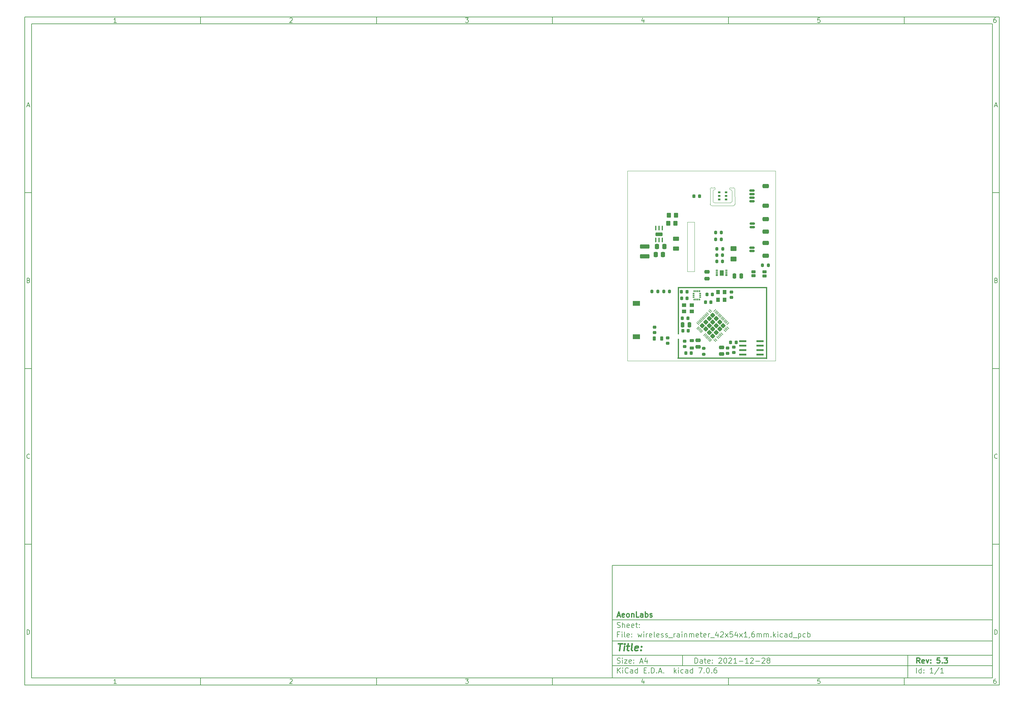
<source format=gbr>
G04 #@! TF.GenerationSoftware,KiCad,Pcbnew,7.0.6*
G04 #@! TF.CreationDate,2023-07-10T12:59:01+01:00*
G04 #@! TF.ProjectId,wireless_rainmeter_42x54x1_6mm,77697265-6c65-4737-935f-7261696e6d65,5.3*
G04 #@! TF.SameCoordinates,Original*
G04 #@! TF.FileFunction,Paste,Top*
G04 #@! TF.FilePolarity,Positive*
%FSLAX46Y46*%
G04 Gerber Fmt 4.6, Leading zero omitted, Abs format (unit mm)*
G04 Created by KiCad (PCBNEW 7.0.6) date 2023-07-10 12:59:01*
%MOMM*%
%LPD*%
G01*
G04 APERTURE LIST*
G04 Aperture macros list*
%AMRoundRect*
0 Rectangle with rounded corners*
0 $1 Rounding radius*
0 $2 $3 $4 $5 $6 $7 $8 $9 X,Y pos of 4 corners*
0 Add a 4 corners polygon primitive as box body*
4,1,4,$2,$3,$4,$5,$6,$7,$8,$9,$2,$3,0*
0 Add four circle primitives for the rounded corners*
1,1,$1+$1,$2,$3*
1,1,$1+$1,$4,$5*
1,1,$1+$1,$6,$7*
1,1,$1+$1,$8,$9*
0 Add four rect primitives between the rounded corners*
20,1,$1+$1,$2,$3,$4,$5,0*
20,1,$1+$1,$4,$5,$6,$7,0*
20,1,$1+$1,$6,$7,$8,$9,0*
20,1,$1+$1,$8,$9,$2,$3,0*%
G04 Aperture macros list end*
%ADD10C,0.100000*%
%ADD11C,0.150000*%
%ADD12C,0.300000*%
%ADD13C,0.400000*%
%ADD14C,0.010000*%
%ADD15RoundRect,0.200000X-0.200000X-0.275000X0.200000X-0.275000X0.200000X0.275000X-0.200000X0.275000X0*%
%ADD16RoundRect,0.200000X0.200000X0.275000X-0.200000X0.275000X-0.200000X-0.275000X0.200000X-0.275000X0*%
%ADD17RoundRect,0.150000X0.625000X-0.150000X0.625000X0.150000X-0.625000X0.150000X-0.625000X-0.150000X0*%
%ADD18RoundRect,0.250000X0.650000X-0.350000X0.650000X0.350000X-0.650000X0.350000X-0.650000X-0.350000X0*%
%ADD19RoundRect,0.225000X-0.250000X0.225000X-0.250000X-0.225000X0.250000X-0.225000X0.250000X0.225000X0*%
%ADD20RoundRect,0.250000X0.475000X-0.250000X0.475000X0.250000X-0.475000X0.250000X-0.475000X-0.250000X0*%
%ADD21RoundRect,0.250000X0.350000X0.450000X-0.350000X0.450000X-0.350000X-0.450000X0.350000X-0.450000X0*%
%ADD22R,1.300000X1.000000*%
%ADD23RoundRect,0.225000X0.225000X0.250000X-0.225000X0.250000X-0.225000X-0.250000X0.225000X-0.250000X0*%
%ADD24RoundRect,0.050000X0.238649X-0.309359X0.309359X-0.238649X-0.238649X0.309359X-0.309359X0.238649X0*%
%ADD25RoundRect,0.002500X0.000000X-0.003536X0.003536X0.000000X0.000000X0.003536X-0.003536X0.000000X0*%
%ADD26RoundRect,0.050000X-0.238649X-0.309359X0.309359X0.238649X0.238649X0.309359X-0.309359X-0.238649X0*%
%ADD27RoundRect,0.250000X0.000000X-0.445477X0.445477X0.000000X0.000000X0.445477X-0.445477X0.000000X0*%
%ADD28RoundRect,0.200000X0.275000X-0.200000X0.275000X0.200000X-0.275000X0.200000X-0.275000X-0.200000X0*%
%ADD29RoundRect,0.225000X-0.225000X-0.250000X0.225000X-0.250000X0.225000X0.250000X-0.225000X0.250000X0*%
%ADD30RoundRect,0.250000X-0.337500X-0.475000X0.337500X-0.475000X0.337500X0.475000X-0.337500X0.475000X0*%
%ADD31RoundRect,0.225000X0.250000X-0.225000X0.250000X0.225000X-0.250000X0.225000X-0.250000X-0.225000X0*%
%ADD32RoundRect,0.250000X0.250000X0.475000X-0.250000X0.475000X-0.250000X-0.475000X0.250000X-0.475000X0*%
%ADD33RoundRect,0.250000X1.075000X-0.375000X1.075000X0.375000X-1.075000X0.375000X-1.075000X-0.375000X0*%
%ADD34O,0.700000X0.350000*%
%ADD35RoundRect,0.250000X-0.625000X0.375000X-0.625000X-0.375000X0.625000X-0.375000X0.625000X0.375000X0*%
%ADD36RoundRect,0.218750X0.381250X-0.218750X0.381250X0.218750X-0.381250X0.218750X-0.381250X-0.218750X0*%
%ADD37RoundRect,0.250000X0.337500X0.475000X-0.337500X0.475000X-0.337500X-0.475000X0.337500X-0.475000X0*%
%ADD38R,25.500000X0.400000*%
%ADD39RoundRect,0.250000X-0.250000X-0.475000X0.250000X-0.475000X0.250000X0.475000X-0.250000X0.475000X0*%
%ADD40R,0.400000X20.500000*%
%ADD41RoundRect,0.100000X0.100000X0.550000X-0.100000X0.550000X-0.100000X-0.550000X0.100000X-0.550000X0*%
%ADD42RoundRect,0.100000X-0.100000X-0.550000X0.100000X-0.550000X0.100000X0.550000X-0.100000X0.550000X0*%
%ADD43RoundRect,0.262500X0.737500X0.262500X-0.737500X0.262500X-0.737500X-0.262500X0.737500X-0.262500X0*%
%ADD44RoundRect,0.218750X-0.218750X-0.381250X0.218750X-0.381250X0.218750X0.381250X-0.218750X0.381250X0*%
%ADD45RoundRect,0.250000X-0.350000X-0.450000X0.350000X-0.450000X0.350000X0.450000X-0.350000X0.450000X0*%
%ADD46R,0.400000X5.700000*%
%ADD47R,25.400000X0.400000*%
%ADD48RoundRect,0.250001X-0.624999X0.462499X-0.624999X-0.462499X0.624999X-0.462499X0.624999X0.462499X0*%
%ADD49RoundRect,0.041300X0.948700X0.253700X-0.948700X0.253700X-0.948700X-0.253700X0.948700X-0.253700X0*%
%ADD50R,0.400000X13.300000*%
%ADD51R,0.580000X0.350000*%
%ADD52R,0.350000X0.580000*%
%ADD53R,1.000000X1.300000*%
%ADD54RoundRect,0.037100X-0.317900X-0.227900X0.317900X-0.227900X0.317900X0.227900X-0.317900X0.227900X0*%
%ADD55R,2.100000X1.400000*%
%ADD56RoundRect,0.124800X0.475200X0.275200X-0.475200X0.275200X-0.475200X-0.275200X0.475200X-0.275200X0*%
G04 #@! TA.AperFunction,Profile*
%ADD57C,0.100000*%
G04 #@! TD*
G04 APERTURE END LIST*
D10*
D11*
X177002200Y-166007200D02*
X285002200Y-166007200D01*
X285002200Y-198007200D01*
X177002200Y-198007200D01*
X177002200Y-166007200D01*
D10*
D11*
X10000000Y-10000000D02*
X287002200Y-10000000D01*
X287002200Y-200007200D01*
X10000000Y-200007200D01*
X10000000Y-10000000D01*
D10*
D11*
X12000000Y-12000000D02*
X285002200Y-12000000D01*
X285002200Y-198007200D01*
X12000000Y-198007200D01*
X12000000Y-12000000D01*
D10*
D11*
X60000000Y-12000000D02*
X60000000Y-10000000D01*
D10*
D11*
X110000000Y-12000000D02*
X110000000Y-10000000D01*
D10*
D11*
X160000000Y-12000000D02*
X160000000Y-10000000D01*
D10*
D11*
X210000000Y-12000000D02*
X210000000Y-10000000D01*
D10*
D11*
X260000000Y-12000000D02*
X260000000Y-10000000D01*
D10*
D11*
X36089160Y-11593604D02*
X35346303Y-11593604D01*
X35717731Y-11593604D02*
X35717731Y-10293604D01*
X35717731Y-10293604D02*
X35593922Y-10479319D01*
X35593922Y-10479319D02*
X35470112Y-10603128D01*
X35470112Y-10603128D02*
X35346303Y-10665033D01*
D10*
D11*
X85346303Y-10417414D02*
X85408207Y-10355509D01*
X85408207Y-10355509D02*
X85532017Y-10293604D01*
X85532017Y-10293604D02*
X85841541Y-10293604D01*
X85841541Y-10293604D02*
X85965350Y-10355509D01*
X85965350Y-10355509D02*
X86027255Y-10417414D01*
X86027255Y-10417414D02*
X86089160Y-10541223D01*
X86089160Y-10541223D02*
X86089160Y-10665033D01*
X86089160Y-10665033D02*
X86027255Y-10850747D01*
X86027255Y-10850747D02*
X85284398Y-11593604D01*
X85284398Y-11593604D02*
X86089160Y-11593604D01*
D10*
D11*
X135284398Y-10293604D02*
X136089160Y-10293604D01*
X136089160Y-10293604D02*
X135655826Y-10788842D01*
X135655826Y-10788842D02*
X135841541Y-10788842D01*
X135841541Y-10788842D02*
X135965350Y-10850747D01*
X135965350Y-10850747D02*
X136027255Y-10912652D01*
X136027255Y-10912652D02*
X136089160Y-11036461D01*
X136089160Y-11036461D02*
X136089160Y-11345985D01*
X136089160Y-11345985D02*
X136027255Y-11469795D01*
X136027255Y-11469795D02*
X135965350Y-11531700D01*
X135965350Y-11531700D02*
X135841541Y-11593604D01*
X135841541Y-11593604D02*
X135470112Y-11593604D01*
X135470112Y-11593604D02*
X135346303Y-11531700D01*
X135346303Y-11531700D02*
X135284398Y-11469795D01*
D10*
D11*
X185965350Y-10726938D02*
X185965350Y-11593604D01*
X185655826Y-10231700D02*
X185346303Y-11160271D01*
X185346303Y-11160271D02*
X186151064Y-11160271D01*
D10*
D11*
X236027255Y-10293604D02*
X235408207Y-10293604D01*
X235408207Y-10293604D02*
X235346303Y-10912652D01*
X235346303Y-10912652D02*
X235408207Y-10850747D01*
X235408207Y-10850747D02*
X235532017Y-10788842D01*
X235532017Y-10788842D02*
X235841541Y-10788842D01*
X235841541Y-10788842D02*
X235965350Y-10850747D01*
X235965350Y-10850747D02*
X236027255Y-10912652D01*
X236027255Y-10912652D02*
X236089160Y-11036461D01*
X236089160Y-11036461D02*
X236089160Y-11345985D01*
X236089160Y-11345985D02*
X236027255Y-11469795D01*
X236027255Y-11469795D02*
X235965350Y-11531700D01*
X235965350Y-11531700D02*
X235841541Y-11593604D01*
X235841541Y-11593604D02*
X235532017Y-11593604D01*
X235532017Y-11593604D02*
X235408207Y-11531700D01*
X235408207Y-11531700D02*
X235346303Y-11469795D01*
D10*
D11*
X285965350Y-10293604D02*
X285717731Y-10293604D01*
X285717731Y-10293604D02*
X285593922Y-10355509D01*
X285593922Y-10355509D02*
X285532017Y-10417414D01*
X285532017Y-10417414D02*
X285408207Y-10603128D01*
X285408207Y-10603128D02*
X285346303Y-10850747D01*
X285346303Y-10850747D02*
X285346303Y-11345985D01*
X285346303Y-11345985D02*
X285408207Y-11469795D01*
X285408207Y-11469795D02*
X285470112Y-11531700D01*
X285470112Y-11531700D02*
X285593922Y-11593604D01*
X285593922Y-11593604D02*
X285841541Y-11593604D01*
X285841541Y-11593604D02*
X285965350Y-11531700D01*
X285965350Y-11531700D02*
X286027255Y-11469795D01*
X286027255Y-11469795D02*
X286089160Y-11345985D01*
X286089160Y-11345985D02*
X286089160Y-11036461D01*
X286089160Y-11036461D02*
X286027255Y-10912652D01*
X286027255Y-10912652D02*
X285965350Y-10850747D01*
X285965350Y-10850747D02*
X285841541Y-10788842D01*
X285841541Y-10788842D02*
X285593922Y-10788842D01*
X285593922Y-10788842D02*
X285470112Y-10850747D01*
X285470112Y-10850747D02*
X285408207Y-10912652D01*
X285408207Y-10912652D02*
X285346303Y-11036461D01*
D10*
D11*
X60000000Y-198007200D02*
X60000000Y-200007200D01*
D10*
D11*
X110000000Y-198007200D02*
X110000000Y-200007200D01*
D10*
D11*
X160000000Y-198007200D02*
X160000000Y-200007200D01*
D10*
D11*
X210000000Y-198007200D02*
X210000000Y-200007200D01*
D10*
D11*
X260000000Y-198007200D02*
X260000000Y-200007200D01*
D10*
D11*
X36089160Y-199600804D02*
X35346303Y-199600804D01*
X35717731Y-199600804D02*
X35717731Y-198300804D01*
X35717731Y-198300804D02*
X35593922Y-198486519D01*
X35593922Y-198486519D02*
X35470112Y-198610328D01*
X35470112Y-198610328D02*
X35346303Y-198672233D01*
D10*
D11*
X85346303Y-198424614D02*
X85408207Y-198362709D01*
X85408207Y-198362709D02*
X85532017Y-198300804D01*
X85532017Y-198300804D02*
X85841541Y-198300804D01*
X85841541Y-198300804D02*
X85965350Y-198362709D01*
X85965350Y-198362709D02*
X86027255Y-198424614D01*
X86027255Y-198424614D02*
X86089160Y-198548423D01*
X86089160Y-198548423D02*
X86089160Y-198672233D01*
X86089160Y-198672233D02*
X86027255Y-198857947D01*
X86027255Y-198857947D02*
X85284398Y-199600804D01*
X85284398Y-199600804D02*
X86089160Y-199600804D01*
D10*
D11*
X135284398Y-198300804D02*
X136089160Y-198300804D01*
X136089160Y-198300804D02*
X135655826Y-198796042D01*
X135655826Y-198796042D02*
X135841541Y-198796042D01*
X135841541Y-198796042D02*
X135965350Y-198857947D01*
X135965350Y-198857947D02*
X136027255Y-198919852D01*
X136027255Y-198919852D02*
X136089160Y-199043661D01*
X136089160Y-199043661D02*
X136089160Y-199353185D01*
X136089160Y-199353185D02*
X136027255Y-199476995D01*
X136027255Y-199476995D02*
X135965350Y-199538900D01*
X135965350Y-199538900D02*
X135841541Y-199600804D01*
X135841541Y-199600804D02*
X135470112Y-199600804D01*
X135470112Y-199600804D02*
X135346303Y-199538900D01*
X135346303Y-199538900D02*
X135284398Y-199476995D01*
D10*
D11*
X185965350Y-198734138D02*
X185965350Y-199600804D01*
X185655826Y-198238900D02*
X185346303Y-199167471D01*
X185346303Y-199167471D02*
X186151064Y-199167471D01*
D10*
D11*
X236027255Y-198300804D02*
X235408207Y-198300804D01*
X235408207Y-198300804D02*
X235346303Y-198919852D01*
X235346303Y-198919852D02*
X235408207Y-198857947D01*
X235408207Y-198857947D02*
X235532017Y-198796042D01*
X235532017Y-198796042D02*
X235841541Y-198796042D01*
X235841541Y-198796042D02*
X235965350Y-198857947D01*
X235965350Y-198857947D02*
X236027255Y-198919852D01*
X236027255Y-198919852D02*
X236089160Y-199043661D01*
X236089160Y-199043661D02*
X236089160Y-199353185D01*
X236089160Y-199353185D02*
X236027255Y-199476995D01*
X236027255Y-199476995D02*
X235965350Y-199538900D01*
X235965350Y-199538900D02*
X235841541Y-199600804D01*
X235841541Y-199600804D02*
X235532017Y-199600804D01*
X235532017Y-199600804D02*
X235408207Y-199538900D01*
X235408207Y-199538900D02*
X235346303Y-199476995D01*
D10*
D11*
X285965350Y-198300804D02*
X285717731Y-198300804D01*
X285717731Y-198300804D02*
X285593922Y-198362709D01*
X285593922Y-198362709D02*
X285532017Y-198424614D01*
X285532017Y-198424614D02*
X285408207Y-198610328D01*
X285408207Y-198610328D02*
X285346303Y-198857947D01*
X285346303Y-198857947D02*
X285346303Y-199353185D01*
X285346303Y-199353185D02*
X285408207Y-199476995D01*
X285408207Y-199476995D02*
X285470112Y-199538900D01*
X285470112Y-199538900D02*
X285593922Y-199600804D01*
X285593922Y-199600804D02*
X285841541Y-199600804D01*
X285841541Y-199600804D02*
X285965350Y-199538900D01*
X285965350Y-199538900D02*
X286027255Y-199476995D01*
X286027255Y-199476995D02*
X286089160Y-199353185D01*
X286089160Y-199353185D02*
X286089160Y-199043661D01*
X286089160Y-199043661D02*
X286027255Y-198919852D01*
X286027255Y-198919852D02*
X285965350Y-198857947D01*
X285965350Y-198857947D02*
X285841541Y-198796042D01*
X285841541Y-198796042D02*
X285593922Y-198796042D01*
X285593922Y-198796042D02*
X285470112Y-198857947D01*
X285470112Y-198857947D02*
X285408207Y-198919852D01*
X285408207Y-198919852D02*
X285346303Y-199043661D01*
D10*
D11*
X10000000Y-60000000D02*
X12000000Y-60000000D01*
D10*
D11*
X10000000Y-110000000D02*
X12000000Y-110000000D01*
D10*
D11*
X10000000Y-160000000D02*
X12000000Y-160000000D01*
D10*
D11*
X10690476Y-35222176D02*
X11309523Y-35222176D01*
X10566666Y-35593604D02*
X10999999Y-34293604D01*
X10999999Y-34293604D02*
X11433333Y-35593604D01*
D10*
D11*
X11092857Y-84912652D02*
X11278571Y-84974557D01*
X11278571Y-84974557D02*
X11340476Y-85036461D01*
X11340476Y-85036461D02*
X11402380Y-85160271D01*
X11402380Y-85160271D02*
X11402380Y-85345985D01*
X11402380Y-85345985D02*
X11340476Y-85469795D01*
X11340476Y-85469795D02*
X11278571Y-85531700D01*
X11278571Y-85531700D02*
X11154761Y-85593604D01*
X11154761Y-85593604D02*
X10659523Y-85593604D01*
X10659523Y-85593604D02*
X10659523Y-84293604D01*
X10659523Y-84293604D02*
X11092857Y-84293604D01*
X11092857Y-84293604D02*
X11216666Y-84355509D01*
X11216666Y-84355509D02*
X11278571Y-84417414D01*
X11278571Y-84417414D02*
X11340476Y-84541223D01*
X11340476Y-84541223D02*
X11340476Y-84665033D01*
X11340476Y-84665033D02*
X11278571Y-84788842D01*
X11278571Y-84788842D02*
X11216666Y-84850747D01*
X11216666Y-84850747D02*
X11092857Y-84912652D01*
X11092857Y-84912652D02*
X10659523Y-84912652D01*
D10*
D11*
X11402380Y-135469795D02*
X11340476Y-135531700D01*
X11340476Y-135531700D02*
X11154761Y-135593604D01*
X11154761Y-135593604D02*
X11030952Y-135593604D01*
X11030952Y-135593604D02*
X10845238Y-135531700D01*
X10845238Y-135531700D02*
X10721428Y-135407890D01*
X10721428Y-135407890D02*
X10659523Y-135284080D01*
X10659523Y-135284080D02*
X10597619Y-135036461D01*
X10597619Y-135036461D02*
X10597619Y-134850747D01*
X10597619Y-134850747D02*
X10659523Y-134603128D01*
X10659523Y-134603128D02*
X10721428Y-134479319D01*
X10721428Y-134479319D02*
X10845238Y-134355509D01*
X10845238Y-134355509D02*
X11030952Y-134293604D01*
X11030952Y-134293604D02*
X11154761Y-134293604D01*
X11154761Y-134293604D02*
X11340476Y-134355509D01*
X11340476Y-134355509D02*
X11402380Y-134417414D01*
D10*
D11*
X10659523Y-185593604D02*
X10659523Y-184293604D01*
X10659523Y-184293604D02*
X10969047Y-184293604D01*
X10969047Y-184293604D02*
X11154761Y-184355509D01*
X11154761Y-184355509D02*
X11278571Y-184479319D01*
X11278571Y-184479319D02*
X11340476Y-184603128D01*
X11340476Y-184603128D02*
X11402380Y-184850747D01*
X11402380Y-184850747D02*
X11402380Y-185036461D01*
X11402380Y-185036461D02*
X11340476Y-185284080D01*
X11340476Y-185284080D02*
X11278571Y-185407890D01*
X11278571Y-185407890D02*
X11154761Y-185531700D01*
X11154761Y-185531700D02*
X10969047Y-185593604D01*
X10969047Y-185593604D02*
X10659523Y-185593604D01*
D10*
D11*
X287002200Y-60000000D02*
X285002200Y-60000000D01*
D10*
D11*
X287002200Y-110000000D02*
X285002200Y-110000000D01*
D10*
D11*
X287002200Y-160000000D02*
X285002200Y-160000000D01*
D10*
D11*
X285692676Y-35222176D02*
X286311723Y-35222176D01*
X285568866Y-35593604D02*
X286002199Y-34293604D01*
X286002199Y-34293604D02*
X286435533Y-35593604D01*
D10*
D11*
X286095057Y-84912652D02*
X286280771Y-84974557D01*
X286280771Y-84974557D02*
X286342676Y-85036461D01*
X286342676Y-85036461D02*
X286404580Y-85160271D01*
X286404580Y-85160271D02*
X286404580Y-85345985D01*
X286404580Y-85345985D02*
X286342676Y-85469795D01*
X286342676Y-85469795D02*
X286280771Y-85531700D01*
X286280771Y-85531700D02*
X286156961Y-85593604D01*
X286156961Y-85593604D02*
X285661723Y-85593604D01*
X285661723Y-85593604D02*
X285661723Y-84293604D01*
X285661723Y-84293604D02*
X286095057Y-84293604D01*
X286095057Y-84293604D02*
X286218866Y-84355509D01*
X286218866Y-84355509D02*
X286280771Y-84417414D01*
X286280771Y-84417414D02*
X286342676Y-84541223D01*
X286342676Y-84541223D02*
X286342676Y-84665033D01*
X286342676Y-84665033D02*
X286280771Y-84788842D01*
X286280771Y-84788842D02*
X286218866Y-84850747D01*
X286218866Y-84850747D02*
X286095057Y-84912652D01*
X286095057Y-84912652D02*
X285661723Y-84912652D01*
D10*
D11*
X286404580Y-135469795D02*
X286342676Y-135531700D01*
X286342676Y-135531700D02*
X286156961Y-135593604D01*
X286156961Y-135593604D02*
X286033152Y-135593604D01*
X286033152Y-135593604D02*
X285847438Y-135531700D01*
X285847438Y-135531700D02*
X285723628Y-135407890D01*
X285723628Y-135407890D02*
X285661723Y-135284080D01*
X285661723Y-135284080D02*
X285599819Y-135036461D01*
X285599819Y-135036461D02*
X285599819Y-134850747D01*
X285599819Y-134850747D02*
X285661723Y-134603128D01*
X285661723Y-134603128D02*
X285723628Y-134479319D01*
X285723628Y-134479319D02*
X285847438Y-134355509D01*
X285847438Y-134355509D02*
X286033152Y-134293604D01*
X286033152Y-134293604D02*
X286156961Y-134293604D01*
X286156961Y-134293604D02*
X286342676Y-134355509D01*
X286342676Y-134355509D02*
X286404580Y-134417414D01*
D10*
D11*
X285661723Y-185593604D02*
X285661723Y-184293604D01*
X285661723Y-184293604D02*
X285971247Y-184293604D01*
X285971247Y-184293604D02*
X286156961Y-184355509D01*
X286156961Y-184355509D02*
X286280771Y-184479319D01*
X286280771Y-184479319D02*
X286342676Y-184603128D01*
X286342676Y-184603128D02*
X286404580Y-184850747D01*
X286404580Y-184850747D02*
X286404580Y-185036461D01*
X286404580Y-185036461D02*
X286342676Y-185284080D01*
X286342676Y-185284080D02*
X286280771Y-185407890D01*
X286280771Y-185407890D02*
X286156961Y-185531700D01*
X286156961Y-185531700D02*
X285971247Y-185593604D01*
X285971247Y-185593604D02*
X285661723Y-185593604D01*
D10*
D11*
X200458026Y-193793328D02*
X200458026Y-192293328D01*
X200458026Y-192293328D02*
X200815169Y-192293328D01*
X200815169Y-192293328D02*
X201029455Y-192364757D01*
X201029455Y-192364757D02*
X201172312Y-192507614D01*
X201172312Y-192507614D02*
X201243741Y-192650471D01*
X201243741Y-192650471D02*
X201315169Y-192936185D01*
X201315169Y-192936185D02*
X201315169Y-193150471D01*
X201315169Y-193150471D02*
X201243741Y-193436185D01*
X201243741Y-193436185D02*
X201172312Y-193579042D01*
X201172312Y-193579042D02*
X201029455Y-193721900D01*
X201029455Y-193721900D02*
X200815169Y-193793328D01*
X200815169Y-193793328D02*
X200458026Y-193793328D01*
X202600884Y-193793328D02*
X202600884Y-193007614D01*
X202600884Y-193007614D02*
X202529455Y-192864757D01*
X202529455Y-192864757D02*
X202386598Y-192793328D01*
X202386598Y-192793328D02*
X202100884Y-192793328D01*
X202100884Y-192793328D02*
X201958026Y-192864757D01*
X202600884Y-193721900D02*
X202458026Y-193793328D01*
X202458026Y-193793328D02*
X202100884Y-193793328D01*
X202100884Y-193793328D02*
X201958026Y-193721900D01*
X201958026Y-193721900D02*
X201886598Y-193579042D01*
X201886598Y-193579042D02*
X201886598Y-193436185D01*
X201886598Y-193436185D02*
X201958026Y-193293328D01*
X201958026Y-193293328D02*
X202100884Y-193221900D01*
X202100884Y-193221900D02*
X202458026Y-193221900D01*
X202458026Y-193221900D02*
X202600884Y-193150471D01*
X203100884Y-192793328D02*
X203672312Y-192793328D01*
X203315169Y-192293328D02*
X203315169Y-193579042D01*
X203315169Y-193579042D02*
X203386598Y-193721900D01*
X203386598Y-193721900D02*
X203529455Y-193793328D01*
X203529455Y-193793328D02*
X203672312Y-193793328D01*
X204743741Y-193721900D02*
X204600884Y-193793328D01*
X204600884Y-193793328D02*
X204315170Y-193793328D01*
X204315170Y-193793328D02*
X204172312Y-193721900D01*
X204172312Y-193721900D02*
X204100884Y-193579042D01*
X204100884Y-193579042D02*
X204100884Y-193007614D01*
X204100884Y-193007614D02*
X204172312Y-192864757D01*
X204172312Y-192864757D02*
X204315170Y-192793328D01*
X204315170Y-192793328D02*
X204600884Y-192793328D01*
X204600884Y-192793328D02*
X204743741Y-192864757D01*
X204743741Y-192864757D02*
X204815170Y-193007614D01*
X204815170Y-193007614D02*
X204815170Y-193150471D01*
X204815170Y-193150471D02*
X204100884Y-193293328D01*
X205458026Y-193650471D02*
X205529455Y-193721900D01*
X205529455Y-193721900D02*
X205458026Y-193793328D01*
X205458026Y-193793328D02*
X205386598Y-193721900D01*
X205386598Y-193721900D02*
X205458026Y-193650471D01*
X205458026Y-193650471D02*
X205458026Y-193793328D01*
X205458026Y-192864757D02*
X205529455Y-192936185D01*
X205529455Y-192936185D02*
X205458026Y-193007614D01*
X205458026Y-193007614D02*
X205386598Y-192936185D01*
X205386598Y-192936185D02*
X205458026Y-192864757D01*
X205458026Y-192864757D02*
X205458026Y-193007614D01*
X207243741Y-192436185D02*
X207315169Y-192364757D01*
X207315169Y-192364757D02*
X207458027Y-192293328D01*
X207458027Y-192293328D02*
X207815169Y-192293328D01*
X207815169Y-192293328D02*
X207958027Y-192364757D01*
X207958027Y-192364757D02*
X208029455Y-192436185D01*
X208029455Y-192436185D02*
X208100884Y-192579042D01*
X208100884Y-192579042D02*
X208100884Y-192721900D01*
X208100884Y-192721900D02*
X208029455Y-192936185D01*
X208029455Y-192936185D02*
X207172312Y-193793328D01*
X207172312Y-193793328D02*
X208100884Y-193793328D01*
X209029455Y-192293328D02*
X209172312Y-192293328D01*
X209172312Y-192293328D02*
X209315169Y-192364757D01*
X209315169Y-192364757D02*
X209386598Y-192436185D01*
X209386598Y-192436185D02*
X209458026Y-192579042D01*
X209458026Y-192579042D02*
X209529455Y-192864757D01*
X209529455Y-192864757D02*
X209529455Y-193221900D01*
X209529455Y-193221900D02*
X209458026Y-193507614D01*
X209458026Y-193507614D02*
X209386598Y-193650471D01*
X209386598Y-193650471D02*
X209315169Y-193721900D01*
X209315169Y-193721900D02*
X209172312Y-193793328D01*
X209172312Y-193793328D02*
X209029455Y-193793328D01*
X209029455Y-193793328D02*
X208886598Y-193721900D01*
X208886598Y-193721900D02*
X208815169Y-193650471D01*
X208815169Y-193650471D02*
X208743740Y-193507614D01*
X208743740Y-193507614D02*
X208672312Y-193221900D01*
X208672312Y-193221900D02*
X208672312Y-192864757D01*
X208672312Y-192864757D02*
X208743740Y-192579042D01*
X208743740Y-192579042D02*
X208815169Y-192436185D01*
X208815169Y-192436185D02*
X208886598Y-192364757D01*
X208886598Y-192364757D02*
X209029455Y-192293328D01*
X210100883Y-192436185D02*
X210172311Y-192364757D01*
X210172311Y-192364757D02*
X210315169Y-192293328D01*
X210315169Y-192293328D02*
X210672311Y-192293328D01*
X210672311Y-192293328D02*
X210815169Y-192364757D01*
X210815169Y-192364757D02*
X210886597Y-192436185D01*
X210886597Y-192436185D02*
X210958026Y-192579042D01*
X210958026Y-192579042D02*
X210958026Y-192721900D01*
X210958026Y-192721900D02*
X210886597Y-192936185D01*
X210886597Y-192936185D02*
X210029454Y-193793328D01*
X210029454Y-193793328D02*
X210958026Y-193793328D01*
X212386597Y-193793328D02*
X211529454Y-193793328D01*
X211958025Y-193793328D02*
X211958025Y-192293328D01*
X211958025Y-192293328D02*
X211815168Y-192507614D01*
X211815168Y-192507614D02*
X211672311Y-192650471D01*
X211672311Y-192650471D02*
X211529454Y-192721900D01*
X213029453Y-193221900D02*
X214172311Y-193221900D01*
X215672311Y-193793328D02*
X214815168Y-193793328D01*
X215243739Y-193793328D02*
X215243739Y-192293328D01*
X215243739Y-192293328D02*
X215100882Y-192507614D01*
X215100882Y-192507614D02*
X214958025Y-192650471D01*
X214958025Y-192650471D02*
X214815168Y-192721900D01*
X216243739Y-192436185D02*
X216315167Y-192364757D01*
X216315167Y-192364757D02*
X216458025Y-192293328D01*
X216458025Y-192293328D02*
X216815167Y-192293328D01*
X216815167Y-192293328D02*
X216958025Y-192364757D01*
X216958025Y-192364757D02*
X217029453Y-192436185D01*
X217029453Y-192436185D02*
X217100882Y-192579042D01*
X217100882Y-192579042D02*
X217100882Y-192721900D01*
X217100882Y-192721900D02*
X217029453Y-192936185D01*
X217029453Y-192936185D02*
X216172310Y-193793328D01*
X216172310Y-193793328D02*
X217100882Y-193793328D01*
X217743738Y-193221900D02*
X218886596Y-193221900D01*
X219529453Y-192436185D02*
X219600881Y-192364757D01*
X219600881Y-192364757D02*
X219743739Y-192293328D01*
X219743739Y-192293328D02*
X220100881Y-192293328D01*
X220100881Y-192293328D02*
X220243739Y-192364757D01*
X220243739Y-192364757D02*
X220315167Y-192436185D01*
X220315167Y-192436185D02*
X220386596Y-192579042D01*
X220386596Y-192579042D02*
X220386596Y-192721900D01*
X220386596Y-192721900D02*
X220315167Y-192936185D01*
X220315167Y-192936185D02*
X219458024Y-193793328D01*
X219458024Y-193793328D02*
X220386596Y-193793328D01*
X221243738Y-192936185D02*
X221100881Y-192864757D01*
X221100881Y-192864757D02*
X221029452Y-192793328D01*
X221029452Y-192793328D02*
X220958024Y-192650471D01*
X220958024Y-192650471D02*
X220958024Y-192579042D01*
X220958024Y-192579042D02*
X221029452Y-192436185D01*
X221029452Y-192436185D02*
X221100881Y-192364757D01*
X221100881Y-192364757D02*
X221243738Y-192293328D01*
X221243738Y-192293328D02*
X221529452Y-192293328D01*
X221529452Y-192293328D02*
X221672310Y-192364757D01*
X221672310Y-192364757D02*
X221743738Y-192436185D01*
X221743738Y-192436185D02*
X221815167Y-192579042D01*
X221815167Y-192579042D02*
X221815167Y-192650471D01*
X221815167Y-192650471D02*
X221743738Y-192793328D01*
X221743738Y-192793328D02*
X221672310Y-192864757D01*
X221672310Y-192864757D02*
X221529452Y-192936185D01*
X221529452Y-192936185D02*
X221243738Y-192936185D01*
X221243738Y-192936185D02*
X221100881Y-193007614D01*
X221100881Y-193007614D02*
X221029452Y-193079042D01*
X221029452Y-193079042D02*
X220958024Y-193221900D01*
X220958024Y-193221900D02*
X220958024Y-193507614D01*
X220958024Y-193507614D02*
X221029452Y-193650471D01*
X221029452Y-193650471D02*
X221100881Y-193721900D01*
X221100881Y-193721900D02*
X221243738Y-193793328D01*
X221243738Y-193793328D02*
X221529452Y-193793328D01*
X221529452Y-193793328D02*
X221672310Y-193721900D01*
X221672310Y-193721900D02*
X221743738Y-193650471D01*
X221743738Y-193650471D02*
X221815167Y-193507614D01*
X221815167Y-193507614D02*
X221815167Y-193221900D01*
X221815167Y-193221900D02*
X221743738Y-193079042D01*
X221743738Y-193079042D02*
X221672310Y-193007614D01*
X221672310Y-193007614D02*
X221529452Y-192936185D01*
D10*
D11*
X177002200Y-194507200D02*
X285002200Y-194507200D01*
D10*
D11*
X178458026Y-196593328D02*
X178458026Y-195093328D01*
X179315169Y-196593328D02*
X178672312Y-195736185D01*
X179315169Y-195093328D02*
X178458026Y-195950471D01*
X179958026Y-196593328D02*
X179958026Y-195593328D01*
X179958026Y-195093328D02*
X179886598Y-195164757D01*
X179886598Y-195164757D02*
X179958026Y-195236185D01*
X179958026Y-195236185D02*
X180029455Y-195164757D01*
X180029455Y-195164757D02*
X179958026Y-195093328D01*
X179958026Y-195093328D02*
X179958026Y-195236185D01*
X181529455Y-196450471D02*
X181458027Y-196521900D01*
X181458027Y-196521900D02*
X181243741Y-196593328D01*
X181243741Y-196593328D02*
X181100884Y-196593328D01*
X181100884Y-196593328D02*
X180886598Y-196521900D01*
X180886598Y-196521900D02*
X180743741Y-196379042D01*
X180743741Y-196379042D02*
X180672312Y-196236185D01*
X180672312Y-196236185D02*
X180600884Y-195950471D01*
X180600884Y-195950471D02*
X180600884Y-195736185D01*
X180600884Y-195736185D02*
X180672312Y-195450471D01*
X180672312Y-195450471D02*
X180743741Y-195307614D01*
X180743741Y-195307614D02*
X180886598Y-195164757D01*
X180886598Y-195164757D02*
X181100884Y-195093328D01*
X181100884Y-195093328D02*
X181243741Y-195093328D01*
X181243741Y-195093328D02*
X181458027Y-195164757D01*
X181458027Y-195164757D02*
X181529455Y-195236185D01*
X182815170Y-196593328D02*
X182815170Y-195807614D01*
X182815170Y-195807614D02*
X182743741Y-195664757D01*
X182743741Y-195664757D02*
X182600884Y-195593328D01*
X182600884Y-195593328D02*
X182315170Y-195593328D01*
X182315170Y-195593328D02*
X182172312Y-195664757D01*
X182815170Y-196521900D02*
X182672312Y-196593328D01*
X182672312Y-196593328D02*
X182315170Y-196593328D01*
X182315170Y-196593328D02*
X182172312Y-196521900D01*
X182172312Y-196521900D02*
X182100884Y-196379042D01*
X182100884Y-196379042D02*
X182100884Y-196236185D01*
X182100884Y-196236185D02*
X182172312Y-196093328D01*
X182172312Y-196093328D02*
X182315170Y-196021900D01*
X182315170Y-196021900D02*
X182672312Y-196021900D01*
X182672312Y-196021900D02*
X182815170Y-195950471D01*
X184172313Y-196593328D02*
X184172313Y-195093328D01*
X184172313Y-196521900D02*
X184029455Y-196593328D01*
X184029455Y-196593328D02*
X183743741Y-196593328D01*
X183743741Y-196593328D02*
X183600884Y-196521900D01*
X183600884Y-196521900D02*
X183529455Y-196450471D01*
X183529455Y-196450471D02*
X183458027Y-196307614D01*
X183458027Y-196307614D02*
X183458027Y-195879042D01*
X183458027Y-195879042D02*
X183529455Y-195736185D01*
X183529455Y-195736185D02*
X183600884Y-195664757D01*
X183600884Y-195664757D02*
X183743741Y-195593328D01*
X183743741Y-195593328D02*
X184029455Y-195593328D01*
X184029455Y-195593328D02*
X184172313Y-195664757D01*
X186029455Y-195807614D02*
X186529455Y-195807614D01*
X186743741Y-196593328D02*
X186029455Y-196593328D01*
X186029455Y-196593328D02*
X186029455Y-195093328D01*
X186029455Y-195093328D02*
X186743741Y-195093328D01*
X187386598Y-196450471D02*
X187458027Y-196521900D01*
X187458027Y-196521900D02*
X187386598Y-196593328D01*
X187386598Y-196593328D02*
X187315170Y-196521900D01*
X187315170Y-196521900D02*
X187386598Y-196450471D01*
X187386598Y-196450471D02*
X187386598Y-196593328D01*
X188100884Y-196593328D02*
X188100884Y-195093328D01*
X188100884Y-195093328D02*
X188458027Y-195093328D01*
X188458027Y-195093328D02*
X188672313Y-195164757D01*
X188672313Y-195164757D02*
X188815170Y-195307614D01*
X188815170Y-195307614D02*
X188886599Y-195450471D01*
X188886599Y-195450471D02*
X188958027Y-195736185D01*
X188958027Y-195736185D02*
X188958027Y-195950471D01*
X188958027Y-195950471D02*
X188886599Y-196236185D01*
X188886599Y-196236185D02*
X188815170Y-196379042D01*
X188815170Y-196379042D02*
X188672313Y-196521900D01*
X188672313Y-196521900D02*
X188458027Y-196593328D01*
X188458027Y-196593328D02*
X188100884Y-196593328D01*
X189600884Y-196450471D02*
X189672313Y-196521900D01*
X189672313Y-196521900D02*
X189600884Y-196593328D01*
X189600884Y-196593328D02*
X189529456Y-196521900D01*
X189529456Y-196521900D02*
X189600884Y-196450471D01*
X189600884Y-196450471D02*
X189600884Y-196593328D01*
X190243742Y-196164757D02*
X190958028Y-196164757D01*
X190100885Y-196593328D02*
X190600885Y-195093328D01*
X190600885Y-195093328D02*
X191100885Y-196593328D01*
X191600884Y-196450471D02*
X191672313Y-196521900D01*
X191672313Y-196521900D02*
X191600884Y-196593328D01*
X191600884Y-196593328D02*
X191529456Y-196521900D01*
X191529456Y-196521900D02*
X191600884Y-196450471D01*
X191600884Y-196450471D02*
X191600884Y-196593328D01*
X194600884Y-196593328D02*
X194600884Y-195093328D01*
X194743742Y-196021900D02*
X195172313Y-196593328D01*
X195172313Y-195593328D02*
X194600884Y-196164757D01*
X195815170Y-196593328D02*
X195815170Y-195593328D01*
X195815170Y-195093328D02*
X195743742Y-195164757D01*
X195743742Y-195164757D02*
X195815170Y-195236185D01*
X195815170Y-195236185D02*
X195886599Y-195164757D01*
X195886599Y-195164757D02*
X195815170Y-195093328D01*
X195815170Y-195093328D02*
X195815170Y-195236185D01*
X197172314Y-196521900D02*
X197029456Y-196593328D01*
X197029456Y-196593328D02*
X196743742Y-196593328D01*
X196743742Y-196593328D02*
X196600885Y-196521900D01*
X196600885Y-196521900D02*
X196529456Y-196450471D01*
X196529456Y-196450471D02*
X196458028Y-196307614D01*
X196458028Y-196307614D02*
X196458028Y-195879042D01*
X196458028Y-195879042D02*
X196529456Y-195736185D01*
X196529456Y-195736185D02*
X196600885Y-195664757D01*
X196600885Y-195664757D02*
X196743742Y-195593328D01*
X196743742Y-195593328D02*
X197029456Y-195593328D01*
X197029456Y-195593328D02*
X197172314Y-195664757D01*
X198458028Y-196593328D02*
X198458028Y-195807614D01*
X198458028Y-195807614D02*
X198386599Y-195664757D01*
X198386599Y-195664757D02*
X198243742Y-195593328D01*
X198243742Y-195593328D02*
X197958028Y-195593328D01*
X197958028Y-195593328D02*
X197815170Y-195664757D01*
X198458028Y-196521900D02*
X198315170Y-196593328D01*
X198315170Y-196593328D02*
X197958028Y-196593328D01*
X197958028Y-196593328D02*
X197815170Y-196521900D01*
X197815170Y-196521900D02*
X197743742Y-196379042D01*
X197743742Y-196379042D02*
X197743742Y-196236185D01*
X197743742Y-196236185D02*
X197815170Y-196093328D01*
X197815170Y-196093328D02*
X197958028Y-196021900D01*
X197958028Y-196021900D02*
X198315170Y-196021900D01*
X198315170Y-196021900D02*
X198458028Y-195950471D01*
X199815171Y-196593328D02*
X199815171Y-195093328D01*
X199815171Y-196521900D02*
X199672313Y-196593328D01*
X199672313Y-196593328D02*
X199386599Y-196593328D01*
X199386599Y-196593328D02*
X199243742Y-196521900D01*
X199243742Y-196521900D02*
X199172313Y-196450471D01*
X199172313Y-196450471D02*
X199100885Y-196307614D01*
X199100885Y-196307614D02*
X199100885Y-195879042D01*
X199100885Y-195879042D02*
X199172313Y-195736185D01*
X199172313Y-195736185D02*
X199243742Y-195664757D01*
X199243742Y-195664757D02*
X199386599Y-195593328D01*
X199386599Y-195593328D02*
X199672313Y-195593328D01*
X199672313Y-195593328D02*
X199815171Y-195664757D01*
X201529456Y-195093328D02*
X202529456Y-195093328D01*
X202529456Y-195093328D02*
X201886599Y-196593328D01*
X203100884Y-196450471D02*
X203172313Y-196521900D01*
X203172313Y-196521900D02*
X203100884Y-196593328D01*
X203100884Y-196593328D02*
X203029456Y-196521900D01*
X203029456Y-196521900D02*
X203100884Y-196450471D01*
X203100884Y-196450471D02*
X203100884Y-196593328D01*
X204100885Y-195093328D02*
X204243742Y-195093328D01*
X204243742Y-195093328D02*
X204386599Y-195164757D01*
X204386599Y-195164757D02*
X204458028Y-195236185D01*
X204458028Y-195236185D02*
X204529456Y-195379042D01*
X204529456Y-195379042D02*
X204600885Y-195664757D01*
X204600885Y-195664757D02*
X204600885Y-196021900D01*
X204600885Y-196021900D02*
X204529456Y-196307614D01*
X204529456Y-196307614D02*
X204458028Y-196450471D01*
X204458028Y-196450471D02*
X204386599Y-196521900D01*
X204386599Y-196521900D02*
X204243742Y-196593328D01*
X204243742Y-196593328D02*
X204100885Y-196593328D01*
X204100885Y-196593328D02*
X203958028Y-196521900D01*
X203958028Y-196521900D02*
X203886599Y-196450471D01*
X203886599Y-196450471D02*
X203815170Y-196307614D01*
X203815170Y-196307614D02*
X203743742Y-196021900D01*
X203743742Y-196021900D02*
X203743742Y-195664757D01*
X203743742Y-195664757D02*
X203815170Y-195379042D01*
X203815170Y-195379042D02*
X203886599Y-195236185D01*
X203886599Y-195236185D02*
X203958028Y-195164757D01*
X203958028Y-195164757D02*
X204100885Y-195093328D01*
X205243741Y-196450471D02*
X205315170Y-196521900D01*
X205315170Y-196521900D02*
X205243741Y-196593328D01*
X205243741Y-196593328D02*
X205172313Y-196521900D01*
X205172313Y-196521900D02*
X205243741Y-196450471D01*
X205243741Y-196450471D02*
X205243741Y-196593328D01*
X206600885Y-195093328D02*
X206315170Y-195093328D01*
X206315170Y-195093328D02*
X206172313Y-195164757D01*
X206172313Y-195164757D02*
X206100885Y-195236185D01*
X206100885Y-195236185D02*
X205958027Y-195450471D01*
X205958027Y-195450471D02*
X205886599Y-195736185D01*
X205886599Y-195736185D02*
X205886599Y-196307614D01*
X205886599Y-196307614D02*
X205958027Y-196450471D01*
X205958027Y-196450471D02*
X206029456Y-196521900D01*
X206029456Y-196521900D02*
X206172313Y-196593328D01*
X206172313Y-196593328D02*
X206458027Y-196593328D01*
X206458027Y-196593328D02*
X206600885Y-196521900D01*
X206600885Y-196521900D02*
X206672313Y-196450471D01*
X206672313Y-196450471D02*
X206743742Y-196307614D01*
X206743742Y-196307614D02*
X206743742Y-195950471D01*
X206743742Y-195950471D02*
X206672313Y-195807614D01*
X206672313Y-195807614D02*
X206600885Y-195736185D01*
X206600885Y-195736185D02*
X206458027Y-195664757D01*
X206458027Y-195664757D02*
X206172313Y-195664757D01*
X206172313Y-195664757D02*
X206029456Y-195736185D01*
X206029456Y-195736185D02*
X205958027Y-195807614D01*
X205958027Y-195807614D02*
X205886599Y-195950471D01*
D10*
D11*
X177002200Y-191507200D02*
X285002200Y-191507200D01*
D10*
D12*
X264413853Y-193785528D02*
X263913853Y-193071242D01*
X263556710Y-193785528D02*
X263556710Y-192285528D01*
X263556710Y-192285528D02*
X264128139Y-192285528D01*
X264128139Y-192285528D02*
X264270996Y-192356957D01*
X264270996Y-192356957D02*
X264342425Y-192428385D01*
X264342425Y-192428385D02*
X264413853Y-192571242D01*
X264413853Y-192571242D02*
X264413853Y-192785528D01*
X264413853Y-192785528D02*
X264342425Y-192928385D01*
X264342425Y-192928385D02*
X264270996Y-192999814D01*
X264270996Y-192999814D02*
X264128139Y-193071242D01*
X264128139Y-193071242D02*
X263556710Y-193071242D01*
X265628139Y-193714100D02*
X265485282Y-193785528D01*
X265485282Y-193785528D02*
X265199568Y-193785528D01*
X265199568Y-193785528D02*
X265056710Y-193714100D01*
X265056710Y-193714100D02*
X264985282Y-193571242D01*
X264985282Y-193571242D02*
X264985282Y-192999814D01*
X264985282Y-192999814D02*
X265056710Y-192856957D01*
X265056710Y-192856957D02*
X265199568Y-192785528D01*
X265199568Y-192785528D02*
X265485282Y-192785528D01*
X265485282Y-192785528D02*
X265628139Y-192856957D01*
X265628139Y-192856957D02*
X265699568Y-192999814D01*
X265699568Y-192999814D02*
X265699568Y-193142671D01*
X265699568Y-193142671D02*
X264985282Y-193285528D01*
X266199567Y-192785528D02*
X266556710Y-193785528D01*
X266556710Y-193785528D02*
X266913853Y-192785528D01*
X267485281Y-193642671D02*
X267556710Y-193714100D01*
X267556710Y-193714100D02*
X267485281Y-193785528D01*
X267485281Y-193785528D02*
X267413853Y-193714100D01*
X267413853Y-193714100D02*
X267485281Y-193642671D01*
X267485281Y-193642671D02*
X267485281Y-193785528D01*
X267485281Y-192856957D02*
X267556710Y-192928385D01*
X267556710Y-192928385D02*
X267485281Y-192999814D01*
X267485281Y-192999814D02*
X267413853Y-192928385D01*
X267413853Y-192928385D02*
X267485281Y-192856957D01*
X267485281Y-192856957D02*
X267485281Y-192999814D01*
X270056710Y-192285528D02*
X269342424Y-192285528D01*
X269342424Y-192285528D02*
X269270996Y-192999814D01*
X269270996Y-192999814D02*
X269342424Y-192928385D01*
X269342424Y-192928385D02*
X269485282Y-192856957D01*
X269485282Y-192856957D02*
X269842424Y-192856957D01*
X269842424Y-192856957D02*
X269985282Y-192928385D01*
X269985282Y-192928385D02*
X270056710Y-192999814D01*
X270056710Y-192999814D02*
X270128139Y-193142671D01*
X270128139Y-193142671D02*
X270128139Y-193499814D01*
X270128139Y-193499814D02*
X270056710Y-193642671D01*
X270056710Y-193642671D02*
X269985282Y-193714100D01*
X269985282Y-193714100D02*
X269842424Y-193785528D01*
X269842424Y-193785528D02*
X269485282Y-193785528D01*
X269485282Y-193785528D02*
X269342424Y-193714100D01*
X269342424Y-193714100D02*
X269270996Y-193642671D01*
X270770995Y-193642671D02*
X270842424Y-193714100D01*
X270842424Y-193714100D02*
X270770995Y-193785528D01*
X270770995Y-193785528D02*
X270699567Y-193714100D01*
X270699567Y-193714100D02*
X270770995Y-193642671D01*
X270770995Y-193642671D02*
X270770995Y-193785528D01*
X271342424Y-192285528D02*
X272270996Y-192285528D01*
X272270996Y-192285528D02*
X271770996Y-192856957D01*
X271770996Y-192856957D02*
X271985281Y-192856957D01*
X271985281Y-192856957D02*
X272128139Y-192928385D01*
X272128139Y-192928385D02*
X272199567Y-192999814D01*
X272199567Y-192999814D02*
X272270996Y-193142671D01*
X272270996Y-193142671D02*
X272270996Y-193499814D01*
X272270996Y-193499814D02*
X272199567Y-193642671D01*
X272199567Y-193642671D02*
X272128139Y-193714100D01*
X272128139Y-193714100D02*
X271985281Y-193785528D01*
X271985281Y-193785528D02*
X271556710Y-193785528D01*
X271556710Y-193785528D02*
X271413853Y-193714100D01*
X271413853Y-193714100D02*
X271342424Y-193642671D01*
D10*
D11*
X178386598Y-193721900D02*
X178600884Y-193793328D01*
X178600884Y-193793328D02*
X178958026Y-193793328D01*
X178958026Y-193793328D02*
X179100884Y-193721900D01*
X179100884Y-193721900D02*
X179172312Y-193650471D01*
X179172312Y-193650471D02*
X179243741Y-193507614D01*
X179243741Y-193507614D02*
X179243741Y-193364757D01*
X179243741Y-193364757D02*
X179172312Y-193221900D01*
X179172312Y-193221900D02*
X179100884Y-193150471D01*
X179100884Y-193150471D02*
X178958026Y-193079042D01*
X178958026Y-193079042D02*
X178672312Y-193007614D01*
X178672312Y-193007614D02*
X178529455Y-192936185D01*
X178529455Y-192936185D02*
X178458026Y-192864757D01*
X178458026Y-192864757D02*
X178386598Y-192721900D01*
X178386598Y-192721900D02*
X178386598Y-192579042D01*
X178386598Y-192579042D02*
X178458026Y-192436185D01*
X178458026Y-192436185D02*
X178529455Y-192364757D01*
X178529455Y-192364757D02*
X178672312Y-192293328D01*
X178672312Y-192293328D02*
X179029455Y-192293328D01*
X179029455Y-192293328D02*
X179243741Y-192364757D01*
X179886597Y-193793328D02*
X179886597Y-192793328D01*
X179886597Y-192293328D02*
X179815169Y-192364757D01*
X179815169Y-192364757D02*
X179886597Y-192436185D01*
X179886597Y-192436185D02*
X179958026Y-192364757D01*
X179958026Y-192364757D02*
X179886597Y-192293328D01*
X179886597Y-192293328D02*
X179886597Y-192436185D01*
X180458026Y-192793328D02*
X181243741Y-192793328D01*
X181243741Y-192793328D02*
X180458026Y-193793328D01*
X180458026Y-193793328D02*
X181243741Y-193793328D01*
X182386598Y-193721900D02*
X182243741Y-193793328D01*
X182243741Y-193793328D02*
X181958027Y-193793328D01*
X181958027Y-193793328D02*
X181815169Y-193721900D01*
X181815169Y-193721900D02*
X181743741Y-193579042D01*
X181743741Y-193579042D02*
X181743741Y-193007614D01*
X181743741Y-193007614D02*
X181815169Y-192864757D01*
X181815169Y-192864757D02*
X181958027Y-192793328D01*
X181958027Y-192793328D02*
X182243741Y-192793328D01*
X182243741Y-192793328D02*
X182386598Y-192864757D01*
X182386598Y-192864757D02*
X182458027Y-193007614D01*
X182458027Y-193007614D02*
X182458027Y-193150471D01*
X182458027Y-193150471D02*
X181743741Y-193293328D01*
X183100883Y-193650471D02*
X183172312Y-193721900D01*
X183172312Y-193721900D02*
X183100883Y-193793328D01*
X183100883Y-193793328D02*
X183029455Y-193721900D01*
X183029455Y-193721900D02*
X183100883Y-193650471D01*
X183100883Y-193650471D02*
X183100883Y-193793328D01*
X183100883Y-192864757D02*
X183172312Y-192936185D01*
X183172312Y-192936185D02*
X183100883Y-193007614D01*
X183100883Y-193007614D02*
X183029455Y-192936185D01*
X183029455Y-192936185D02*
X183100883Y-192864757D01*
X183100883Y-192864757D02*
X183100883Y-193007614D01*
X184886598Y-193364757D02*
X185600884Y-193364757D01*
X184743741Y-193793328D02*
X185243741Y-192293328D01*
X185243741Y-192293328D02*
X185743741Y-193793328D01*
X186886598Y-192793328D02*
X186886598Y-193793328D01*
X186529455Y-192221900D02*
X186172312Y-193293328D01*
X186172312Y-193293328D02*
X187100883Y-193293328D01*
D10*
D11*
X263458026Y-196593328D02*
X263458026Y-195093328D01*
X264815170Y-196593328D02*
X264815170Y-195093328D01*
X264815170Y-196521900D02*
X264672312Y-196593328D01*
X264672312Y-196593328D02*
X264386598Y-196593328D01*
X264386598Y-196593328D02*
X264243741Y-196521900D01*
X264243741Y-196521900D02*
X264172312Y-196450471D01*
X264172312Y-196450471D02*
X264100884Y-196307614D01*
X264100884Y-196307614D02*
X264100884Y-195879042D01*
X264100884Y-195879042D02*
X264172312Y-195736185D01*
X264172312Y-195736185D02*
X264243741Y-195664757D01*
X264243741Y-195664757D02*
X264386598Y-195593328D01*
X264386598Y-195593328D02*
X264672312Y-195593328D01*
X264672312Y-195593328D02*
X264815170Y-195664757D01*
X265529455Y-196450471D02*
X265600884Y-196521900D01*
X265600884Y-196521900D02*
X265529455Y-196593328D01*
X265529455Y-196593328D02*
X265458027Y-196521900D01*
X265458027Y-196521900D02*
X265529455Y-196450471D01*
X265529455Y-196450471D02*
X265529455Y-196593328D01*
X265529455Y-195664757D02*
X265600884Y-195736185D01*
X265600884Y-195736185D02*
X265529455Y-195807614D01*
X265529455Y-195807614D02*
X265458027Y-195736185D01*
X265458027Y-195736185D02*
X265529455Y-195664757D01*
X265529455Y-195664757D02*
X265529455Y-195807614D01*
X268172313Y-196593328D02*
X267315170Y-196593328D01*
X267743741Y-196593328D02*
X267743741Y-195093328D01*
X267743741Y-195093328D02*
X267600884Y-195307614D01*
X267600884Y-195307614D02*
X267458027Y-195450471D01*
X267458027Y-195450471D02*
X267315170Y-195521900D01*
X269886598Y-195021900D02*
X268600884Y-196950471D01*
X271172313Y-196593328D02*
X270315170Y-196593328D01*
X270743741Y-196593328D02*
X270743741Y-195093328D01*
X270743741Y-195093328D02*
X270600884Y-195307614D01*
X270600884Y-195307614D02*
X270458027Y-195450471D01*
X270458027Y-195450471D02*
X270315170Y-195521900D01*
D10*
D11*
X177002200Y-187507200D02*
X285002200Y-187507200D01*
D10*
D13*
X178693928Y-188211638D02*
X179836785Y-188211638D01*
X179015357Y-190211638D02*
X179265357Y-188211638D01*
X180253452Y-190211638D02*
X180420119Y-188878304D01*
X180503452Y-188211638D02*
X180396309Y-188306876D01*
X180396309Y-188306876D02*
X180479643Y-188402114D01*
X180479643Y-188402114D02*
X180586786Y-188306876D01*
X180586786Y-188306876D02*
X180503452Y-188211638D01*
X180503452Y-188211638D02*
X180479643Y-188402114D01*
X181086786Y-188878304D02*
X181848690Y-188878304D01*
X181455833Y-188211638D02*
X181241548Y-189925923D01*
X181241548Y-189925923D02*
X181312976Y-190116400D01*
X181312976Y-190116400D02*
X181491548Y-190211638D01*
X181491548Y-190211638D02*
X181682024Y-190211638D01*
X182634405Y-190211638D02*
X182455833Y-190116400D01*
X182455833Y-190116400D02*
X182384405Y-189925923D01*
X182384405Y-189925923D02*
X182598690Y-188211638D01*
X184170119Y-190116400D02*
X183967738Y-190211638D01*
X183967738Y-190211638D02*
X183586785Y-190211638D01*
X183586785Y-190211638D02*
X183408214Y-190116400D01*
X183408214Y-190116400D02*
X183336785Y-189925923D01*
X183336785Y-189925923D02*
X183432024Y-189164019D01*
X183432024Y-189164019D02*
X183551071Y-188973542D01*
X183551071Y-188973542D02*
X183753452Y-188878304D01*
X183753452Y-188878304D02*
X184134404Y-188878304D01*
X184134404Y-188878304D02*
X184312976Y-188973542D01*
X184312976Y-188973542D02*
X184384404Y-189164019D01*
X184384404Y-189164019D02*
X184360595Y-189354495D01*
X184360595Y-189354495D02*
X183384404Y-189544971D01*
X185134405Y-190021161D02*
X185217738Y-190116400D01*
X185217738Y-190116400D02*
X185110595Y-190211638D01*
X185110595Y-190211638D02*
X185027262Y-190116400D01*
X185027262Y-190116400D02*
X185134405Y-190021161D01*
X185134405Y-190021161D02*
X185110595Y-190211638D01*
X185265357Y-188973542D02*
X185348690Y-189068780D01*
X185348690Y-189068780D02*
X185241548Y-189164019D01*
X185241548Y-189164019D02*
X185158214Y-189068780D01*
X185158214Y-189068780D02*
X185265357Y-188973542D01*
X185265357Y-188973542D02*
X185241548Y-189164019D01*
D10*
D11*
X178958026Y-185607614D02*
X178458026Y-185607614D01*
X178458026Y-186393328D02*
X178458026Y-184893328D01*
X178458026Y-184893328D02*
X179172312Y-184893328D01*
X179743740Y-186393328D02*
X179743740Y-185393328D01*
X179743740Y-184893328D02*
X179672312Y-184964757D01*
X179672312Y-184964757D02*
X179743740Y-185036185D01*
X179743740Y-185036185D02*
X179815169Y-184964757D01*
X179815169Y-184964757D02*
X179743740Y-184893328D01*
X179743740Y-184893328D02*
X179743740Y-185036185D01*
X180672312Y-186393328D02*
X180529455Y-186321900D01*
X180529455Y-186321900D02*
X180458026Y-186179042D01*
X180458026Y-186179042D02*
X180458026Y-184893328D01*
X181815169Y-186321900D02*
X181672312Y-186393328D01*
X181672312Y-186393328D02*
X181386598Y-186393328D01*
X181386598Y-186393328D02*
X181243740Y-186321900D01*
X181243740Y-186321900D02*
X181172312Y-186179042D01*
X181172312Y-186179042D02*
X181172312Y-185607614D01*
X181172312Y-185607614D02*
X181243740Y-185464757D01*
X181243740Y-185464757D02*
X181386598Y-185393328D01*
X181386598Y-185393328D02*
X181672312Y-185393328D01*
X181672312Y-185393328D02*
X181815169Y-185464757D01*
X181815169Y-185464757D02*
X181886598Y-185607614D01*
X181886598Y-185607614D02*
X181886598Y-185750471D01*
X181886598Y-185750471D02*
X181172312Y-185893328D01*
X182529454Y-186250471D02*
X182600883Y-186321900D01*
X182600883Y-186321900D02*
X182529454Y-186393328D01*
X182529454Y-186393328D02*
X182458026Y-186321900D01*
X182458026Y-186321900D02*
X182529454Y-186250471D01*
X182529454Y-186250471D02*
X182529454Y-186393328D01*
X182529454Y-185464757D02*
X182600883Y-185536185D01*
X182600883Y-185536185D02*
X182529454Y-185607614D01*
X182529454Y-185607614D02*
X182458026Y-185536185D01*
X182458026Y-185536185D02*
X182529454Y-185464757D01*
X182529454Y-185464757D02*
X182529454Y-185607614D01*
X184243740Y-185393328D02*
X184529455Y-186393328D01*
X184529455Y-186393328D02*
X184815169Y-185679042D01*
X184815169Y-185679042D02*
X185100883Y-186393328D01*
X185100883Y-186393328D02*
X185386597Y-185393328D01*
X185958026Y-186393328D02*
X185958026Y-185393328D01*
X185958026Y-184893328D02*
X185886598Y-184964757D01*
X185886598Y-184964757D02*
X185958026Y-185036185D01*
X185958026Y-185036185D02*
X186029455Y-184964757D01*
X186029455Y-184964757D02*
X185958026Y-184893328D01*
X185958026Y-184893328D02*
X185958026Y-185036185D01*
X186672312Y-186393328D02*
X186672312Y-185393328D01*
X186672312Y-185679042D02*
X186743741Y-185536185D01*
X186743741Y-185536185D02*
X186815170Y-185464757D01*
X186815170Y-185464757D02*
X186958027Y-185393328D01*
X186958027Y-185393328D02*
X187100884Y-185393328D01*
X188172312Y-186321900D02*
X188029455Y-186393328D01*
X188029455Y-186393328D02*
X187743741Y-186393328D01*
X187743741Y-186393328D02*
X187600883Y-186321900D01*
X187600883Y-186321900D02*
X187529455Y-186179042D01*
X187529455Y-186179042D02*
X187529455Y-185607614D01*
X187529455Y-185607614D02*
X187600883Y-185464757D01*
X187600883Y-185464757D02*
X187743741Y-185393328D01*
X187743741Y-185393328D02*
X188029455Y-185393328D01*
X188029455Y-185393328D02*
X188172312Y-185464757D01*
X188172312Y-185464757D02*
X188243741Y-185607614D01*
X188243741Y-185607614D02*
X188243741Y-185750471D01*
X188243741Y-185750471D02*
X187529455Y-185893328D01*
X189100883Y-186393328D02*
X188958026Y-186321900D01*
X188958026Y-186321900D02*
X188886597Y-186179042D01*
X188886597Y-186179042D02*
X188886597Y-184893328D01*
X190243740Y-186321900D02*
X190100883Y-186393328D01*
X190100883Y-186393328D02*
X189815169Y-186393328D01*
X189815169Y-186393328D02*
X189672311Y-186321900D01*
X189672311Y-186321900D02*
X189600883Y-186179042D01*
X189600883Y-186179042D02*
X189600883Y-185607614D01*
X189600883Y-185607614D02*
X189672311Y-185464757D01*
X189672311Y-185464757D02*
X189815169Y-185393328D01*
X189815169Y-185393328D02*
X190100883Y-185393328D01*
X190100883Y-185393328D02*
X190243740Y-185464757D01*
X190243740Y-185464757D02*
X190315169Y-185607614D01*
X190315169Y-185607614D02*
X190315169Y-185750471D01*
X190315169Y-185750471D02*
X189600883Y-185893328D01*
X190886597Y-186321900D02*
X191029454Y-186393328D01*
X191029454Y-186393328D02*
X191315168Y-186393328D01*
X191315168Y-186393328D02*
X191458025Y-186321900D01*
X191458025Y-186321900D02*
X191529454Y-186179042D01*
X191529454Y-186179042D02*
X191529454Y-186107614D01*
X191529454Y-186107614D02*
X191458025Y-185964757D01*
X191458025Y-185964757D02*
X191315168Y-185893328D01*
X191315168Y-185893328D02*
X191100883Y-185893328D01*
X191100883Y-185893328D02*
X190958025Y-185821900D01*
X190958025Y-185821900D02*
X190886597Y-185679042D01*
X190886597Y-185679042D02*
X190886597Y-185607614D01*
X190886597Y-185607614D02*
X190958025Y-185464757D01*
X190958025Y-185464757D02*
X191100883Y-185393328D01*
X191100883Y-185393328D02*
X191315168Y-185393328D01*
X191315168Y-185393328D02*
X191458025Y-185464757D01*
X192100883Y-186321900D02*
X192243740Y-186393328D01*
X192243740Y-186393328D02*
X192529454Y-186393328D01*
X192529454Y-186393328D02*
X192672311Y-186321900D01*
X192672311Y-186321900D02*
X192743740Y-186179042D01*
X192743740Y-186179042D02*
X192743740Y-186107614D01*
X192743740Y-186107614D02*
X192672311Y-185964757D01*
X192672311Y-185964757D02*
X192529454Y-185893328D01*
X192529454Y-185893328D02*
X192315169Y-185893328D01*
X192315169Y-185893328D02*
X192172311Y-185821900D01*
X192172311Y-185821900D02*
X192100883Y-185679042D01*
X192100883Y-185679042D02*
X192100883Y-185607614D01*
X192100883Y-185607614D02*
X192172311Y-185464757D01*
X192172311Y-185464757D02*
X192315169Y-185393328D01*
X192315169Y-185393328D02*
X192529454Y-185393328D01*
X192529454Y-185393328D02*
X192672311Y-185464757D01*
X193029455Y-186536185D02*
X194172312Y-186536185D01*
X194529454Y-186393328D02*
X194529454Y-185393328D01*
X194529454Y-185679042D02*
X194600883Y-185536185D01*
X194600883Y-185536185D02*
X194672312Y-185464757D01*
X194672312Y-185464757D02*
X194815169Y-185393328D01*
X194815169Y-185393328D02*
X194958026Y-185393328D01*
X196100883Y-186393328D02*
X196100883Y-185607614D01*
X196100883Y-185607614D02*
X196029454Y-185464757D01*
X196029454Y-185464757D02*
X195886597Y-185393328D01*
X195886597Y-185393328D02*
X195600883Y-185393328D01*
X195600883Y-185393328D02*
X195458025Y-185464757D01*
X196100883Y-186321900D02*
X195958025Y-186393328D01*
X195958025Y-186393328D02*
X195600883Y-186393328D01*
X195600883Y-186393328D02*
X195458025Y-186321900D01*
X195458025Y-186321900D02*
X195386597Y-186179042D01*
X195386597Y-186179042D02*
X195386597Y-186036185D01*
X195386597Y-186036185D02*
X195458025Y-185893328D01*
X195458025Y-185893328D02*
X195600883Y-185821900D01*
X195600883Y-185821900D02*
X195958025Y-185821900D01*
X195958025Y-185821900D02*
X196100883Y-185750471D01*
X196815168Y-186393328D02*
X196815168Y-185393328D01*
X196815168Y-184893328D02*
X196743740Y-184964757D01*
X196743740Y-184964757D02*
X196815168Y-185036185D01*
X196815168Y-185036185D02*
X196886597Y-184964757D01*
X196886597Y-184964757D02*
X196815168Y-184893328D01*
X196815168Y-184893328D02*
X196815168Y-185036185D01*
X197529454Y-185393328D02*
X197529454Y-186393328D01*
X197529454Y-185536185D02*
X197600883Y-185464757D01*
X197600883Y-185464757D02*
X197743740Y-185393328D01*
X197743740Y-185393328D02*
X197958026Y-185393328D01*
X197958026Y-185393328D02*
X198100883Y-185464757D01*
X198100883Y-185464757D02*
X198172312Y-185607614D01*
X198172312Y-185607614D02*
X198172312Y-186393328D01*
X198886597Y-186393328D02*
X198886597Y-185393328D01*
X198886597Y-185536185D02*
X198958026Y-185464757D01*
X198958026Y-185464757D02*
X199100883Y-185393328D01*
X199100883Y-185393328D02*
X199315169Y-185393328D01*
X199315169Y-185393328D02*
X199458026Y-185464757D01*
X199458026Y-185464757D02*
X199529455Y-185607614D01*
X199529455Y-185607614D02*
X199529455Y-186393328D01*
X199529455Y-185607614D02*
X199600883Y-185464757D01*
X199600883Y-185464757D02*
X199743740Y-185393328D01*
X199743740Y-185393328D02*
X199958026Y-185393328D01*
X199958026Y-185393328D02*
X200100883Y-185464757D01*
X200100883Y-185464757D02*
X200172312Y-185607614D01*
X200172312Y-185607614D02*
X200172312Y-186393328D01*
X201458026Y-186321900D02*
X201315169Y-186393328D01*
X201315169Y-186393328D02*
X201029455Y-186393328D01*
X201029455Y-186393328D02*
X200886597Y-186321900D01*
X200886597Y-186321900D02*
X200815169Y-186179042D01*
X200815169Y-186179042D02*
X200815169Y-185607614D01*
X200815169Y-185607614D02*
X200886597Y-185464757D01*
X200886597Y-185464757D02*
X201029455Y-185393328D01*
X201029455Y-185393328D02*
X201315169Y-185393328D01*
X201315169Y-185393328D02*
X201458026Y-185464757D01*
X201458026Y-185464757D02*
X201529455Y-185607614D01*
X201529455Y-185607614D02*
X201529455Y-185750471D01*
X201529455Y-185750471D02*
X200815169Y-185893328D01*
X201958026Y-185393328D02*
X202529454Y-185393328D01*
X202172311Y-184893328D02*
X202172311Y-186179042D01*
X202172311Y-186179042D02*
X202243740Y-186321900D01*
X202243740Y-186321900D02*
X202386597Y-186393328D01*
X202386597Y-186393328D02*
X202529454Y-186393328D01*
X203600883Y-186321900D02*
X203458026Y-186393328D01*
X203458026Y-186393328D02*
X203172312Y-186393328D01*
X203172312Y-186393328D02*
X203029454Y-186321900D01*
X203029454Y-186321900D02*
X202958026Y-186179042D01*
X202958026Y-186179042D02*
X202958026Y-185607614D01*
X202958026Y-185607614D02*
X203029454Y-185464757D01*
X203029454Y-185464757D02*
X203172312Y-185393328D01*
X203172312Y-185393328D02*
X203458026Y-185393328D01*
X203458026Y-185393328D02*
X203600883Y-185464757D01*
X203600883Y-185464757D02*
X203672312Y-185607614D01*
X203672312Y-185607614D02*
X203672312Y-185750471D01*
X203672312Y-185750471D02*
X202958026Y-185893328D01*
X204315168Y-186393328D02*
X204315168Y-185393328D01*
X204315168Y-185679042D02*
X204386597Y-185536185D01*
X204386597Y-185536185D02*
X204458026Y-185464757D01*
X204458026Y-185464757D02*
X204600883Y-185393328D01*
X204600883Y-185393328D02*
X204743740Y-185393328D01*
X204886597Y-186536185D02*
X206029454Y-186536185D01*
X207029454Y-185393328D02*
X207029454Y-186393328D01*
X206672311Y-184821900D02*
X206315168Y-185893328D01*
X206315168Y-185893328D02*
X207243739Y-185893328D01*
X207743739Y-185036185D02*
X207815167Y-184964757D01*
X207815167Y-184964757D02*
X207958025Y-184893328D01*
X207958025Y-184893328D02*
X208315167Y-184893328D01*
X208315167Y-184893328D02*
X208458025Y-184964757D01*
X208458025Y-184964757D02*
X208529453Y-185036185D01*
X208529453Y-185036185D02*
X208600882Y-185179042D01*
X208600882Y-185179042D02*
X208600882Y-185321900D01*
X208600882Y-185321900D02*
X208529453Y-185536185D01*
X208529453Y-185536185D02*
X207672310Y-186393328D01*
X207672310Y-186393328D02*
X208600882Y-186393328D01*
X209100881Y-186393328D02*
X209886596Y-185393328D01*
X209100881Y-185393328D02*
X209886596Y-186393328D01*
X211172310Y-184893328D02*
X210458024Y-184893328D01*
X210458024Y-184893328D02*
X210386596Y-185607614D01*
X210386596Y-185607614D02*
X210458024Y-185536185D01*
X210458024Y-185536185D02*
X210600882Y-185464757D01*
X210600882Y-185464757D02*
X210958024Y-185464757D01*
X210958024Y-185464757D02*
X211100882Y-185536185D01*
X211100882Y-185536185D02*
X211172310Y-185607614D01*
X211172310Y-185607614D02*
X211243739Y-185750471D01*
X211243739Y-185750471D02*
X211243739Y-186107614D01*
X211243739Y-186107614D02*
X211172310Y-186250471D01*
X211172310Y-186250471D02*
X211100882Y-186321900D01*
X211100882Y-186321900D02*
X210958024Y-186393328D01*
X210958024Y-186393328D02*
X210600882Y-186393328D01*
X210600882Y-186393328D02*
X210458024Y-186321900D01*
X210458024Y-186321900D02*
X210386596Y-186250471D01*
X212529453Y-185393328D02*
X212529453Y-186393328D01*
X212172310Y-184821900D02*
X211815167Y-185893328D01*
X211815167Y-185893328D02*
X212743738Y-185893328D01*
X213172309Y-186393328D02*
X213958024Y-185393328D01*
X213172309Y-185393328D02*
X213958024Y-186393328D01*
X215315167Y-186393328D02*
X214458024Y-186393328D01*
X214886595Y-186393328D02*
X214886595Y-184893328D01*
X214886595Y-184893328D02*
X214743738Y-185107614D01*
X214743738Y-185107614D02*
X214600881Y-185250471D01*
X214600881Y-185250471D02*
X214458024Y-185321900D01*
X216029452Y-186321900D02*
X216029452Y-186393328D01*
X216029452Y-186393328D02*
X215958023Y-186536185D01*
X215958023Y-186536185D02*
X215886595Y-186607614D01*
X217315167Y-184893328D02*
X217029452Y-184893328D01*
X217029452Y-184893328D02*
X216886595Y-184964757D01*
X216886595Y-184964757D02*
X216815167Y-185036185D01*
X216815167Y-185036185D02*
X216672309Y-185250471D01*
X216672309Y-185250471D02*
X216600881Y-185536185D01*
X216600881Y-185536185D02*
X216600881Y-186107614D01*
X216600881Y-186107614D02*
X216672309Y-186250471D01*
X216672309Y-186250471D02*
X216743738Y-186321900D01*
X216743738Y-186321900D02*
X216886595Y-186393328D01*
X216886595Y-186393328D02*
X217172309Y-186393328D01*
X217172309Y-186393328D02*
X217315167Y-186321900D01*
X217315167Y-186321900D02*
X217386595Y-186250471D01*
X217386595Y-186250471D02*
X217458024Y-186107614D01*
X217458024Y-186107614D02*
X217458024Y-185750471D01*
X217458024Y-185750471D02*
X217386595Y-185607614D01*
X217386595Y-185607614D02*
X217315167Y-185536185D01*
X217315167Y-185536185D02*
X217172309Y-185464757D01*
X217172309Y-185464757D02*
X216886595Y-185464757D01*
X216886595Y-185464757D02*
X216743738Y-185536185D01*
X216743738Y-185536185D02*
X216672309Y-185607614D01*
X216672309Y-185607614D02*
X216600881Y-185750471D01*
X218100880Y-186393328D02*
X218100880Y-185393328D01*
X218100880Y-185536185D02*
X218172309Y-185464757D01*
X218172309Y-185464757D02*
X218315166Y-185393328D01*
X218315166Y-185393328D02*
X218529452Y-185393328D01*
X218529452Y-185393328D02*
X218672309Y-185464757D01*
X218672309Y-185464757D02*
X218743738Y-185607614D01*
X218743738Y-185607614D02*
X218743738Y-186393328D01*
X218743738Y-185607614D02*
X218815166Y-185464757D01*
X218815166Y-185464757D02*
X218958023Y-185393328D01*
X218958023Y-185393328D02*
X219172309Y-185393328D01*
X219172309Y-185393328D02*
X219315166Y-185464757D01*
X219315166Y-185464757D02*
X219386595Y-185607614D01*
X219386595Y-185607614D02*
X219386595Y-186393328D01*
X220100880Y-186393328D02*
X220100880Y-185393328D01*
X220100880Y-185536185D02*
X220172309Y-185464757D01*
X220172309Y-185464757D02*
X220315166Y-185393328D01*
X220315166Y-185393328D02*
X220529452Y-185393328D01*
X220529452Y-185393328D02*
X220672309Y-185464757D01*
X220672309Y-185464757D02*
X220743738Y-185607614D01*
X220743738Y-185607614D02*
X220743738Y-186393328D01*
X220743738Y-185607614D02*
X220815166Y-185464757D01*
X220815166Y-185464757D02*
X220958023Y-185393328D01*
X220958023Y-185393328D02*
X221172309Y-185393328D01*
X221172309Y-185393328D02*
X221315166Y-185464757D01*
X221315166Y-185464757D02*
X221386595Y-185607614D01*
X221386595Y-185607614D02*
X221386595Y-186393328D01*
X222100880Y-186250471D02*
X222172309Y-186321900D01*
X222172309Y-186321900D02*
X222100880Y-186393328D01*
X222100880Y-186393328D02*
X222029452Y-186321900D01*
X222029452Y-186321900D02*
X222100880Y-186250471D01*
X222100880Y-186250471D02*
X222100880Y-186393328D01*
X222815166Y-186393328D02*
X222815166Y-184893328D01*
X222958024Y-185821900D02*
X223386595Y-186393328D01*
X223386595Y-185393328D02*
X222815166Y-185964757D01*
X224029452Y-186393328D02*
X224029452Y-185393328D01*
X224029452Y-184893328D02*
X223958024Y-184964757D01*
X223958024Y-184964757D02*
X224029452Y-185036185D01*
X224029452Y-185036185D02*
X224100881Y-184964757D01*
X224100881Y-184964757D02*
X224029452Y-184893328D01*
X224029452Y-184893328D02*
X224029452Y-185036185D01*
X225386596Y-186321900D02*
X225243738Y-186393328D01*
X225243738Y-186393328D02*
X224958024Y-186393328D01*
X224958024Y-186393328D02*
X224815167Y-186321900D01*
X224815167Y-186321900D02*
X224743738Y-186250471D01*
X224743738Y-186250471D02*
X224672310Y-186107614D01*
X224672310Y-186107614D02*
X224672310Y-185679042D01*
X224672310Y-185679042D02*
X224743738Y-185536185D01*
X224743738Y-185536185D02*
X224815167Y-185464757D01*
X224815167Y-185464757D02*
X224958024Y-185393328D01*
X224958024Y-185393328D02*
X225243738Y-185393328D01*
X225243738Y-185393328D02*
X225386596Y-185464757D01*
X226672310Y-186393328D02*
X226672310Y-185607614D01*
X226672310Y-185607614D02*
X226600881Y-185464757D01*
X226600881Y-185464757D02*
X226458024Y-185393328D01*
X226458024Y-185393328D02*
X226172310Y-185393328D01*
X226172310Y-185393328D02*
X226029452Y-185464757D01*
X226672310Y-186321900D02*
X226529452Y-186393328D01*
X226529452Y-186393328D02*
X226172310Y-186393328D01*
X226172310Y-186393328D02*
X226029452Y-186321900D01*
X226029452Y-186321900D02*
X225958024Y-186179042D01*
X225958024Y-186179042D02*
X225958024Y-186036185D01*
X225958024Y-186036185D02*
X226029452Y-185893328D01*
X226029452Y-185893328D02*
X226172310Y-185821900D01*
X226172310Y-185821900D02*
X226529452Y-185821900D01*
X226529452Y-185821900D02*
X226672310Y-185750471D01*
X228029453Y-186393328D02*
X228029453Y-184893328D01*
X228029453Y-186321900D02*
X227886595Y-186393328D01*
X227886595Y-186393328D02*
X227600881Y-186393328D01*
X227600881Y-186393328D02*
X227458024Y-186321900D01*
X227458024Y-186321900D02*
X227386595Y-186250471D01*
X227386595Y-186250471D02*
X227315167Y-186107614D01*
X227315167Y-186107614D02*
X227315167Y-185679042D01*
X227315167Y-185679042D02*
X227386595Y-185536185D01*
X227386595Y-185536185D02*
X227458024Y-185464757D01*
X227458024Y-185464757D02*
X227600881Y-185393328D01*
X227600881Y-185393328D02*
X227886595Y-185393328D01*
X227886595Y-185393328D02*
X228029453Y-185464757D01*
X228386596Y-186536185D02*
X229529453Y-186536185D01*
X229886595Y-185393328D02*
X229886595Y-186893328D01*
X229886595Y-185464757D02*
X230029453Y-185393328D01*
X230029453Y-185393328D02*
X230315167Y-185393328D01*
X230315167Y-185393328D02*
X230458024Y-185464757D01*
X230458024Y-185464757D02*
X230529453Y-185536185D01*
X230529453Y-185536185D02*
X230600881Y-185679042D01*
X230600881Y-185679042D02*
X230600881Y-186107614D01*
X230600881Y-186107614D02*
X230529453Y-186250471D01*
X230529453Y-186250471D02*
X230458024Y-186321900D01*
X230458024Y-186321900D02*
X230315167Y-186393328D01*
X230315167Y-186393328D02*
X230029453Y-186393328D01*
X230029453Y-186393328D02*
X229886595Y-186321900D01*
X231886596Y-186321900D02*
X231743738Y-186393328D01*
X231743738Y-186393328D02*
X231458024Y-186393328D01*
X231458024Y-186393328D02*
X231315167Y-186321900D01*
X231315167Y-186321900D02*
X231243738Y-186250471D01*
X231243738Y-186250471D02*
X231172310Y-186107614D01*
X231172310Y-186107614D02*
X231172310Y-185679042D01*
X231172310Y-185679042D02*
X231243738Y-185536185D01*
X231243738Y-185536185D02*
X231315167Y-185464757D01*
X231315167Y-185464757D02*
X231458024Y-185393328D01*
X231458024Y-185393328D02*
X231743738Y-185393328D01*
X231743738Y-185393328D02*
X231886596Y-185464757D01*
X232529452Y-186393328D02*
X232529452Y-184893328D01*
X232529452Y-185464757D02*
X232672310Y-185393328D01*
X232672310Y-185393328D02*
X232958024Y-185393328D01*
X232958024Y-185393328D02*
X233100881Y-185464757D01*
X233100881Y-185464757D02*
X233172310Y-185536185D01*
X233172310Y-185536185D02*
X233243738Y-185679042D01*
X233243738Y-185679042D02*
X233243738Y-186107614D01*
X233243738Y-186107614D02*
X233172310Y-186250471D01*
X233172310Y-186250471D02*
X233100881Y-186321900D01*
X233100881Y-186321900D02*
X232958024Y-186393328D01*
X232958024Y-186393328D02*
X232672310Y-186393328D01*
X232672310Y-186393328D02*
X232529452Y-186321900D01*
D10*
D11*
X177002200Y-181507200D02*
X285002200Y-181507200D01*
D10*
D11*
X178386598Y-183621900D02*
X178600884Y-183693328D01*
X178600884Y-183693328D02*
X178958026Y-183693328D01*
X178958026Y-183693328D02*
X179100884Y-183621900D01*
X179100884Y-183621900D02*
X179172312Y-183550471D01*
X179172312Y-183550471D02*
X179243741Y-183407614D01*
X179243741Y-183407614D02*
X179243741Y-183264757D01*
X179243741Y-183264757D02*
X179172312Y-183121900D01*
X179172312Y-183121900D02*
X179100884Y-183050471D01*
X179100884Y-183050471D02*
X178958026Y-182979042D01*
X178958026Y-182979042D02*
X178672312Y-182907614D01*
X178672312Y-182907614D02*
X178529455Y-182836185D01*
X178529455Y-182836185D02*
X178458026Y-182764757D01*
X178458026Y-182764757D02*
X178386598Y-182621900D01*
X178386598Y-182621900D02*
X178386598Y-182479042D01*
X178386598Y-182479042D02*
X178458026Y-182336185D01*
X178458026Y-182336185D02*
X178529455Y-182264757D01*
X178529455Y-182264757D02*
X178672312Y-182193328D01*
X178672312Y-182193328D02*
X179029455Y-182193328D01*
X179029455Y-182193328D02*
X179243741Y-182264757D01*
X179886597Y-183693328D02*
X179886597Y-182193328D01*
X180529455Y-183693328D02*
X180529455Y-182907614D01*
X180529455Y-182907614D02*
X180458026Y-182764757D01*
X180458026Y-182764757D02*
X180315169Y-182693328D01*
X180315169Y-182693328D02*
X180100883Y-182693328D01*
X180100883Y-182693328D02*
X179958026Y-182764757D01*
X179958026Y-182764757D02*
X179886597Y-182836185D01*
X181815169Y-183621900D02*
X181672312Y-183693328D01*
X181672312Y-183693328D02*
X181386598Y-183693328D01*
X181386598Y-183693328D02*
X181243740Y-183621900D01*
X181243740Y-183621900D02*
X181172312Y-183479042D01*
X181172312Y-183479042D02*
X181172312Y-182907614D01*
X181172312Y-182907614D02*
X181243740Y-182764757D01*
X181243740Y-182764757D02*
X181386598Y-182693328D01*
X181386598Y-182693328D02*
X181672312Y-182693328D01*
X181672312Y-182693328D02*
X181815169Y-182764757D01*
X181815169Y-182764757D02*
X181886598Y-182907614D01*
X181886598Y-182907614D02*
X181886598Y-183050471D01*
X181886598Y-183050471D02*
X181172312Y-183193328D01*
X183100883Y-183621900D02*
X182958026Y-183693328D01*
X182958026Y-183693328D02*
X182672312Y-183693328D01*
X182672312Y-183693328D02*
X182529454Y-183621900D01*
X182529454Y-183621900D02*
X182458026Y-183479042D01*
X182458026Y-183479042D02*
X182458026Y-182907614D01*
X182458026Y-182907614D02*
X182529454Y-182764757D01*
X182529454Y-182764757D02*
X182672312Y-182693328D01*
X182672312Y-182693328D02*
X182958026Y-182693328D01*
X182958026Y-182693328D02*
X183100883Y-182764757D01*
X183100883Y-182764757D02*
X183172312Y-182907614D01*
X183172312Y-182907614D02*
X183172312Y-183050471D01*
X183172312Y-183050471D02*
X182458026Y-183193328D01*
X183600883Y-182693328D02*
X184172311Y-182693328D01*
X183815168Y-182193328D02*
X183815168Y-183479042D01*
X183815168Y-183479042D02*
X183886597Y-183621900D01*
X183886597Y-183621900D02*
X184029454Y-183693328D01*
X184029454Y-183693328D02*
X184172311Y-183693328D01*
X184672311Y-183550471D02*
X184743740Y-183621900D01*
X184743740Y-183621900D02*
X184672311Y-183693328D01*
X184672311Y-183693328D02*
X184600883Y-183621900D01*
X184600883Y-183621900D02*
X184672311Y-183550471D01*
X184672311Y-183550471D02*
X184672311Y-183693328D01*
X184672311Y-182764757D02*
X184743740Y-182836185D01*
X184743740Y-182836185D02*
X184672311Y-182907614D01*
X184672311Y-182907614D02*
X184600883Y-182836185D01*
X184600883Y-182836185D02*
X184672311Y-182764757D01*
X184672311Y-182764757D02*
X184672311Y-182907614D01*
D10*
D12*
X178485282Y-180256957D02*
X179199568Y-180256957D01*
X178342425Y-180685528D02*
X178842425Y-179185528D01*
X178842425Y-179185528D02*
X179342425Y-180685528D01*
X180413853Y-180614100D02*
X180270996Y-180685528D01*
X180270996Y-180685528D02*
X179985282Y-180685528D01*
X179985282Y-180685528D02*
X179842424Y-180614100D01*
X179842424Y-180614100D02*
X179770996Y-180471242D01*
X179770996Y-180471242D02*
X179770996Y-179899814D01*
X179770996Y-179899814D02*
X179842424Y-179756957D01*
X179842424Y-179756957D02*
X179985282Y-179685528D01*
X179985282Y-179685528D02*
X180270996Y-179685528D01*
X180270996Y-179685528D02*
X180413853Y-179756957D01*
X180413853Y-179756957D02*
X180485282Y-179899814D01*
X180485282Y-179899814D02*
X180485282Y-180042671D01*
X180485282Y-180042671D02*
X179770996Y-180185528D01*
X181342424Y-180685528D02*
X181199567Y-180614100D01*
X181199567Y-180614100D02*
X181128138Y-180542671D01*
X181128138Y-180542671D02*
X181056710Y-180399814D01*
X181056710Y-180399814D02*
X181056710Y-179971242D01*
X181056710Y-179971242D02*
X181128138Y-179828385D01*
X181128138Y-179828385D02*
X181199567Y-179756957D01*
X181199567Y-179756957D02*
X181342424Y-179685528D01*
X181342424Y-179685528D02*
X181556710Y-179685528D01*
X181556710Y-179685528D02*
X181699567Y-179756957D01*
X181699567Y-179756957D02*
X181770996Y-179828385D01*
X181770996Y-179828385D02*
X181842424Y-179971242D01*
X181842424Y-179971242D02*
X181842424Y-180399814D01*
X181842424Y-180399814D02*
X181770996Y-180542671D01*
X181770996Y-180542671D02*
X181699567Y-180614100D01*
X181699567Y-180614100D02*
X181556710Y-180685528D01*
X181556710Y-180685528D02*
X181342424Y-180685528D01*
X182485281Y-179685528D02*
X182485281Y-180685528D01*
X182485281Y-179828385D02*
X182556710Y-179756957D01*
X182556710Y-179756957D02*
X182699567Y-179685528D01*
X182699567Y-179685528D02*
X182913853Y-179685528D01*
X182913853Y-179685528D02*
X183056710Y-179756957D01*
X183056710Y-179756957D02*
X183128139Y-179899814D01*
X183128139Y-179899814D02*
X183128139Y-180685528D01*
X184556710Y-180685528D02*
X183842424Y-180685528D01*
X183842424Y-180685528D02*
X183842424Y-179185528D01*
X185699568Y-180685528D02*
X185699568Y-179899814D01*
X185699568Y-179899814D02*
X185628139Y-179756957D01*
X185628139Y-179756957D02*
X185485282Y-179685528D01*
X185485282Y-179685528D02*
X185199568Y-179685528D01*
X185199568Y-179685528D02*
X185056710Y-179756957D01*
X185699568Y-180614100D02*
X185556710Y-180685528D01*
X185556710Y-180685528D02*
X185199568Y-180685528D01*
X185199568Y-180685528D02*
X185056710Y-180614100D01*
X185056710Y-180614100D02*
X184985282Y-180471242D01*
X184985282Y-180471242D02*
X184985282Y-180328385D01*
X184985282Y-180328385D02*
X185056710Y-180185528D01*
X185056710Y-180185528D02*
X185199568Y-180114100D01*
X185199568Y-180114100D02*
X185556710Y-180114100D01*
X185556710Y-180114100D02*
X185699568Y-180042671D01*
X186413853Y-180685528D02*
X186413853Y-179185528D01*
X186413853Y-179756957D02*
X186556711Y-179685528D01*
X186556711Y-179685528D02*
X186842425Y-179685528D01*
X186842425Y-179685528D02*
X186985282Y-179756957D01*
X186985282Y-179756957D02*
X187056711Y-179828385D01*
X187056711Y-179828385D02*
X187128139Y-179971242D01*
X187128139Y-179971242D02*
X187128139Y-180399814D01*
X187128139Y-180399814D02*
X187056711Y-180542671D01*
X187056711Y-180542671D02*
X186985282Y-180614100D01*
X186985282Y-180614100D02*
X186842425Y-180685528D01*
X186842425Y-180685528D02*
X186556711Y-180685528D01*
X186556711Y-180685528D02*
X186413853Y-180614100D01*
X187699568Y-180614100D02*
X187842425Y-180685528D01*
X187842425Y-180685528D02*
X188128139Y-180685528D01*
X188128139Y-180685528D02*
X188270996Y-180614100D01*
X188270996Y-180614100D02*
X188342425Y-180471242D01*
X188342425Y-180471242D02*
X188342425Y-180399814D01*
X188342425Y-180399814D02*
X188270996Y-180256957D01*
X188270996Y-180256957D02*
X188128139Y-180185528D01*
X188128139Y-180185528D02*
X187913854Y-180185528D01*
X187913854Y-180185528D02*
X187770996Y-180114100D01*
X187770996Y-180114100D02*
X187699568Y-179971242D01*
X187699568Y-179971242D02*
X187699568Y-179899814D01*
X187699568Y-179899814D02*
X187770996Y-179756957D01*
X187770996Y-179756957D02*
X187913854Y-179685528D01*
X187913854Y-179685528D02*
X188128139Y-179685528D01*
X188128139Y-179685528D02*
X188270996Y-179756957D01*
D10*
D11*
D10*
D11*
D10*
D11*
D10*
D11*
D10*
D11*
X197002200Y-191507200D02*
X197002200Y-194507200D01*
D10*
D11*
X261002200Y-191507200D02*
X261002200Y-198007200D01*
G04 #@! TO.C,U3*
D14*
X208540000Y-83550008D02*
X207539995Y-83550008D01*
X207539995Y-82050000D01*
X208540000Y-82050000D01*
X208540000Y-83550008D01*
G36*
X208540000Y-83550008D02*
G01*
X207539995Y-83550008D01*
X207539995Y-82050000D01*
X208540000Y-82050000D01*
X208540000Y-83550008D01*
G37*
G04 #@! TD*
D15*
G04 #@! TO.C,MR2*
X206670000Y-77790000D03*
X208320000Y-77790000D03*
G04 #@! TD*
D16*
G04 #@! TO.C,MR1*
X208355000Y-76000000D03*
X206705000Y-76000000D03*
G04 #@! TD*
G04 #@! TO.C,LR1*
X221315000Y-80660000D03*
X219665000Y-80660000D03*
G04 #@! TD*
D17*
G04 #@! TO.C,PWR_PLUG1*
X216740000Y-69780000D03*
X216740000Y-68780000D03*
D18*
X220615000Y-71080000D03*
X220615000Y-67480000D03*
G04 #@! TD*
D17*
G04 #@! TO.C,I2C_PLUG1*
X216690000Y-62400000D03*
X216690000Y-61400000D03*
X216690000Y-60400000D03*
X216690000Y-59400000D03*
D18*
X220565000Y-58100000D03*
X220565000Y-63700000D03*
G04 #@! TD*
D17*
G04 #@! TO.C,BAT_PLUG1*
X216690000Y-76600000D03*
X216690000Y-75600000D03*
D18*
X220565000Y-77900000D03*
X220565000Y-74300000D03*
G04 #@! TD*
D19*
G04 #@! TO.C,EC20*
X197589848Y-103784949D03*
X197589848Y-102234949D03*
G04 #@! TD*
D20*
G04 #@! TO.C,EC18*
X208069848Y-103979949D03*
X208069848Y-105879949D03*
G04 #@! TD*
D19*
G04 #@! TO.C,AUC1*
X211559848Y-105469949D03*
X211559848Y-103919949D03*
G04 #@! TD*
D21*
G04 #@! TO.C,AR1*
X193062500Y-66420000D03*
X195062500Y-66420000D03*
G04 #@! TD*
D22*
G04 #@! TO.C,ECY3*
X197419848Y-91939949D03*
X199619848Y-91939949D03*
X199619848Y-93739949D03*
X197419848Y-93739949D03*
G04 #@! TD*
D23*
G04 #@! TO.C,EC60*
X196714848Y-90019949D03*
X198264848Y-90019949D03*
G04 #@! TD*
G04 #@! TO.C,EC61*
X196904848Y-95669949D03*
X198454848Y-95669949D03*
G04 #@! TD*
D24*
G04 #@! TO.C,ESP32S3*
X201280742Y-97197747D03*
X201563585Y-96914904D03*
X201846427Y-96632062D03*
X202129270Y-96349219D03*
X202412113Y-96066376D03*
X202694955Y-95783534D03*
X202977798Y-95500691D03*
X203260641Y-95217848D03*
X203543484Y-94935005D03*
X203826326Y-94652163D03*
X204109169Y-94369320D03*
D25*
X204392012Y-94086477D03*
D24*
X204674854Y-93803635D03*
X204957697Y-93520792D03*
D26*
X206142101Y-93520792D03*
X206424944Y-93803635D03*
X206707786Y-94086477D03*
X206990629Y-94369320D03*
X207273472Y-94652163D03*
X207556314Y-94935005D03*
X207839157Y-95217848D03*
X208122000Y-95500691D03*
X208404843Y-95783534D03*
X208687685Y-96066376D03*
X208970528Y-96349219D03*
X209253371Y-96632062D03*
X209536213Y-96914904D03*
X209819056Y-97197747D03*
D24*
X209819056Y-98382151D03*
X209536213Y-98664994D03*
X209253371Y-98947836D03*
X208970528Y-99230679D03*
D25*
X208687685Y-99513522D03*
X208404843Y-99796364D03*
D24*
X208122000Y-100079207D03*
X207839157Y-100362050D03*
X207556314Y-100644893D03*
X207273472Y-100927735D03*
X206990629Y-101210578D03*
D25*
X206707786Y-101493421D03*
D24*
X206424944Y-101776263D03*
X206142101Y-102059106D03*
D26*
X204957697Y-102059106D03*
X204674854Y-101776263D03*
X204392012Y-101493421D03*
X204109169Y-101210578D03*
X203826326Y-100927735D03*
X203543484Y-100644893D03*
X203260641Y-100362050D03*
D25*
X202977798Y-100079207D03*
X202694955Y-99796364D03*
D26*
X202412113Y-99513522D03*
X202129270Y-99230679D03*
X201846427Y-98947836D03*
X201563585Y-98664994D03*
X201280742Y-98382151D03*
D27*
X208519747Y-97789949D03*
X207529798Y-96800000D03*
X206539848Y-95810050D03*
X205549899Y-94820101D03*
X207529798Y-98779898D03*
X206539848Y-97789949D03*
X205549899Y-96800000D03*
X204559950Y-95810050D03*
X206539848Y-99769848D03*
X205549899Y-98779898D03*
X204559950Y-97789949D03*
X203570000Y-96800000D03*
X205549899Y-100759797D03*
X204559950Y-99769848D03*
X203570000Y-98779898D03*
X202580051Y-97789949D03*
G04 #@! TD*
D28*
G04 #@! TO.C,ER1*
X202969848Y-104254949D03*
X202969848Y-105904949D03*
G04 #@! TD*
D16*
G04 #@! TO.C,ER3*
X188264848Y-88059949D03*
X189914848Y-88059949D03*
G04 #@! TD*
D19*
G04 #@! TO.C,EC38*
X192710000Y-102840000D03*
X192710000Y-101290000D03*
G04 #@! TD*
D29*
G04 #@! TO.C,EC26*
X212164848Y-102549949D03*
X210614848Y-102549949D03*
G04 #@! TD*
D30*
G04 #@! TO.C,AC1*
X191390000Y-77590000D03*
X189315000Y-77590000D03*
G04 #@! TD*
D20*
G04 #@! TO.C,EC40*
X201339848Y-101939949D03*
X201339848Y-103839949D03*
G04 #@! TD*
D31*
G04 #@! TO.C,EC17*
X209779848Y-104149949D03*
X209779848Y-105699949D03*
G04 #@! TD*
D32*
G04 #@! TO.C,CN3065_C1*
X211730000Y-83640000D03*
X213630000Y-83640000D03*
G04 #@! TD*
D33*
G04 #@! TO.C,AL1*
X186222500Y-75310000D03*
X186222500Y-78110000D03*
G04 #@! TD*
D15*
G04 #@! TO.C,ICR1*
X208005000Y-73257500D03*
X206355000Y-73257500D03*
G04 #@! TD*
D29*
G04 #@! TO.C,EC16*
X205044848Y-91169949D03*
X203494848Y-91169949D03*
G04 #@! TD*
G04 #@! TO.C,IMUC1*
X198204848Y-88169949D03*
X196654848Y-88169949D03*
G04 #@! TD*
D34*
G04 #@! TO.C,U3*
X209390000Y-82050000D03*
X209390000Y-82550000D03*
X209390000Y-83050000D03*
X209390000Y-83550000D03*
X206690000Y-83550000D03*
X206690000Y-83050000D03*
X206690000Y-82550000D03*
X206690000Y-82050000D03*
G04 #@! TD*
D29*
G04 #@! TO.C,ATH20_C1*
X201775000Y-61000000D03*
X200225000Y-61000000D03*
G04 #@! TD*
D31*
G04 #@! TO.C,EC51*
X210819848Y-88254949D03*
X210819848Y-89804949D03*
G04 #@! TD*
D29*
G04 #@! TO.C,EC15*
X198579848Y-99289949D03*
X197029848Y-99289949D03*
G04 #@! TD*
D35*
G04 #@! TO.C,PWD1*
X195132500Y-75920000D03*
X195132500Y-73120000D03*
G04 #@! TD*
D16*
G04 #@! TO.C,IDR1*
X206330000Y-71327500D03*
X207980000Y-71327500D03*
G04 #@! TD*
D36*
G04 #@! TO.C,L2*
X199579848Y-102084949D03*
X199579848Y-104209949D03*
G04 #@! TD*
D37*
G04 #@! TO.C,AC2*
X189712500Y-75260000D03*
X191787500Y-75260000D03*
G04 #@! TD*
D23*
G04 #@! TO.C,EC19*
X197879848Y-105579949D03*
X199429848Y-105579949D03*
G04 #@! TD*
D38*
G04 #@! TO.C,*
X208260000Y-107040000D03*
G04 #@! TD*
D39*
G04 #@! TO.C,EC14*
X198879848Y-97539949D03*
X196979848Y-97539949D03*
G04 #@! TD*
D40*
G04 #@! TO.C,REF\u002A\u002A*
X220860000Y-97020000D03*
G04 #@! TD*
D41*
G04 #@! TO.C,AU1*
X191220000Y-73470000D03*
X190260000Y-73470000D03*
X189345000Y-73475000D03*
D42*
X189315000Y-70085000D03*
D43*
X190275000Y-71800000D03*
D42*
X190300000Y-70085000D03*
X191240000Y-70080000D03*
G04 #@! TD*
D23*
G04 #@! TO.C,EC50*
X203924848Y-88959949D03*
X205474848Y-88959949D03*
G04 #@! TD*
D31*
G04 #@! TO.C,EC37*
X188980000Y-98210000D03*
X188980000Y-99760000D03*
G04 #@! TD*
D16*
G04 #@! TO.C,CN3065_R1*
X206690000Y-79570000D03*
X208340000Y-79570000D03*
G04 #@! TD*
D44*
G04 #@! TO.C,EL4*
X191080000Y-101420000D03*
X188955000Y-101420000D03*
G04 #@! TD*
D45*
G04 #@! TO.C,AR2*
X194912500Y-68700000D03*
X192912500Y-68700000D03*
G04 #@! TD*
D46*
G04 #@! TO.C,*
X195760000Y-104350000D03*
G04 #@! TD*
D20*
G04 #@! TO.C,CN3965_C1*
X203870000Y-82520000D03*
X203870000Y-84420000D03*
G04 #@! TD*
D47*
G04 #@! TO.C,*
X208270000Y-86940000D03*
G04 #@! TD*
D48*
G04 #@! TO.C,F1*
X211420000Y-78837500D03*
X211420000Y-75862500D03*
G04 #@! TD*
D49*
G04 #@! TO.C,U2*
X214062348Y-106064949D03*
X214062348Y-104794949D03*
X214062348Y-103524949D03*
X214062348Y-102254949D03*
X219002348Y-102254949D03*
X219002348Y-103524949D03*
X219002348Y-104794949D03*
X219002348Y-106064949D03*
G04 #@! TD*
D50*
G04 #@! TO.C,REF\u002A\u002A*
X195780000Y-93690000D03*
G04 #@! TD*
D51*
G04 #@! TO.C,IMU1*
X201934848Y-88652449D03*
X201934848Y-89152449D03*
X201934848Y-89652449D03*
D52*
X201759848Y-90327449D03*
X201259848Y-90327449D03*
X200759848Y-90327449D03*
X200259848Y-90327449D03*
D51*
X200084848Y-89652449D03*
X200084848Y-89152449D03*
X200084848Y-88652449D03*
D52*
X200259848Y-87977449D03*
X200759848Y-87977449D03*
X201259848Y-87977449D03*
X201759848Y-87977449D03*
G04 #@! TD*
D15*
G04 #@! TO.C,ER2*
X193260000Y-88080000D03*
X191610000Y-88080000D03*
G04 #@! TD*
D53*
G04 #@! TO.C,ECY2*
X207079848Y-90449949D03*
X207079848Y-88249949D03*
X208879848Y-88249949D03*
X208879848Y-90449949D03*
G04 #@! TD*
D54*
G04 #@! TO.C,U1*
X207340000Y-59920000D03*
X207340000Y-60920000D03*
X207340000Y-61920000D03*
X209310000Y-61920000D03*
X209310000Y-60920000D03*
X209310000Y-59920000D03*
G04 #@! TD*
D55*
G04 #@! TO.C,ANT1*
X183829848Y-91479949D03*
X183829848Y-100979949D03*
G04 #@! TD*
D56*
G04 #@! TO.C,LED1*
X217100000Y-83610000D03*
X220290000Y-83640000D03*
X217110000Y-82490000D03*
X220290000Y-82500000D03*
G04 #@! TD*
D57*
X181330000Y-53815000D02*
X223370000Y-53815000D01*
X223370000Y-107785000D01*
X181330000Y-107785000D01*
X181330000Y-53815000D01*
X198345000Y-68350000D02*
X200380000Y-68350000D01*
X200380000Y-82385000D01*
X198345000Y-82385000D01*
X198345000Y-68350000D01*
X205600519Y-59584758D02*
X205600032Y-62444758D01*
X211033304Y-59566912D02*
G75*
G03*
X210602743Y-59156914I-410438J54D01*
G01*
X211823450Y-58997244D02*
G75*
G03*
X211392986Y-58587246I-410784J-314D01*
G01*
X205600112Y-62444758D02*
G75*
G03*
X206030519Y-62854756I410387J-100D01*
G01*
X210612744Y-62857324D02*
G75*
G03*
X211022742Y-62426913I122J410366D01*
G01*
X211033230Y-59566912D02*
X211022743Y-62426913D01*
X205210002Y-58580443D02*
X206010000Y-58580000D01*
X211432344Y-63670126D02*
G75*
G03*
X211842343Y-63239586I22J410468D01*
G01*
X210612744Y-62857400D02*
X206030519Y-62854757D01*
X210602743Y-58582643D02*
G75*
G03*
X210602743Y-59156913I-24J-287135D01*
G01*
X211842343Y-63239586D02*
X211823473Y-58997244D01*
X205237169Y-63655789D02*
X211432344Y-63670073D01*
X206010000Y-59154270D02*
G75*
G03*
X206010000Y-58580000I-3J287135D01*
G01*
X205210002Y-58580461D02*
G75*
G03*
X204800003Y-59010930I-303J-410197D01*
G01*
X204806667Y-63245790D02*
G75*
G03*
X205237169Y-63655789I410232J-268D01*
G01*
X204800521Y-59010930D02*
X204806682Y-63245790D01*
X211392986Y-58587245D02*
X210602743Y-58582642D01*
X206010000Y-59154278D02*
G75*
G03*
X205600002Y-59584758I99J-410580D01*
G01*
M02*

</source>
